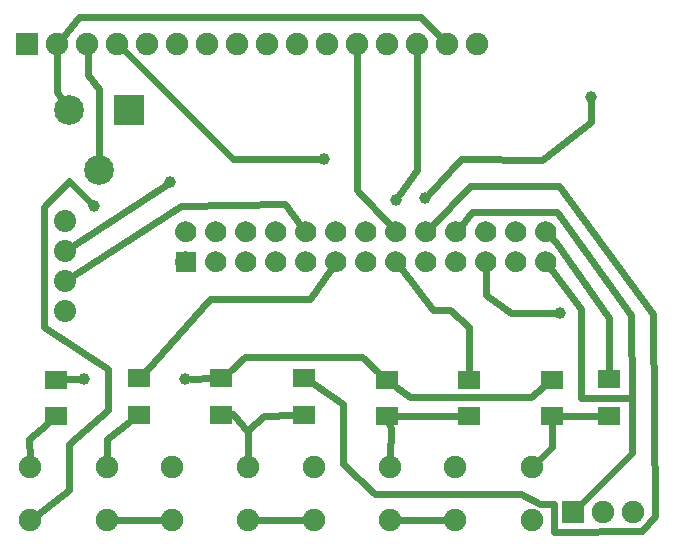
<source format=gbl>
G04 MADE WITH FRITZING*
G04 WWW.FRITZING.ORG*
G04 DOUBLE SIDED*
G04 HOLES PLATED*
G04 CONTOUR ON CENTER OF CONTOUR VECTOR*
%ASAXBY*%
%FSLAX23Y23*%
%MOIN*%
%OFA0B0*%
%SFA1.0B1.0*%
%ADD10C,0.075000*%
%ADD11C,0.099000*%
%ADD12C,0.073889*%
%ADD13C,0.070000*%
%ADD14C,0.039370*%
%ADD15R,0.075000X0.075000*%
%ADD16R,0.099000X0.099000*%
%ADD17R,0.074803X0.062992*%
%ADD18R,0.070000X0.070000*%
%ADD19C,0.024000*%
%ADD20R,0.001000X0.001000*%
%LNCOPPER0*%
G90*
G70*
G54D10*
X54Y1650D03*
X154Y1650D03*
X254Y1650D03*
X354Y1650D03*
X454Y1650D03*
X554Y1650D03*
X654Y1650D03*
X754Y1650D03*
X854Y1650D03*
X954Y1650D03*
X1054Y1650D03*
X1154Y1650D03*
X1254Y1650D03*
X1354Y1650D03*
X1454Y1650D03*
X1554Y1650D03*
G54D11*
X194Y1429D03*
X394Y1429D03*
X294Y1229D03*
G54D10*
X63Y241D03*
X319Y241D03*
X63Y64D03*
X319Y64D03*
X535Y241D03*
X791Y241D03*
X535Y64D03*
X791Y64D03*
X2074Y91D03*
X1974Y91D03*
X1874Y91D03*
X1008Y241D03*
X1264Y241D03*
X1008Y64D03*
X1264Y64D03*
X1480Y241D03*
X1736Y241D03*
X1480Y64D03*
X1736Y64D03*
G54D12*
X180Y760D03*
X180Y860D03*
X180Y960D03*
X180Y1060D03*
G54D13*
X782Y922D03*
X882Y922D03*
X982Y922D03*
X1282Y922D03*
X1382Y922D03*
X1482Y922D03*
X1082Y922D03*
X1182Y922D03*
X1682Y922D03*
X1782Y922D03*
X1582Y922D03*
X782Y1022D03*
X882Y1022D03*
X982Y1022D03*
X1282Y1022D03*
X1382Y1022D03*
X1482Y1022D03*
X1082Y1022D03*
X1182Y1022D03*
X1682Y1022D03*
X1782Y1022D03*
X1582Y1022D03*
X582Y1022D03*
X682Y1022D03*
X582Y922D03*
X682Y922D03*
G54D14*
X244Y532D03*
X579Y532D03*
X1831Y753D03*
X531Y1190D03*
X1283Y1131D03*
X1378Y1135D03*
X1933Y1473D03*
X1044Y1267D03*
X277Y1110D03*
G54D15*
X54Y1651D03*
G54D16*
X394Y1429D03*
G54D17*
X425Y413D03*
X425Y535D03*
X1527Y409D03*
X1527Y531D03*
X1992Y410D03*
X1992Y532D03*
X1252Y531D03*
X1252Y409D03*
X149Y531D03*
X149Y409D03*
X1803Y531D03*
X1803Y409D03*
X700Y413D03*
X700Y535D03*
X976Y413D03*
X976Y535D03*
G54D15*
X1874Y91D03*
G54D18*
X582Y922D03*
G54D19*
X1798Y901D02*
X1898Y768D01*
D02*
X1898Y768D02*
X1901Y469D01*
D02*
X1901Y469D02*
X2070Y469D01*
D02*
X2070Y469D02*
X2071Y288D01*
D02*
X2071Y288D02*
X1894Y111D01*
D02*
X1498Y1043D02*
X1535Y1091D01*
D02*
X1535Y1091D02*
X1820Y1091D01*
D02*
X1820Y1091D02*
X2067Y748D01*
D02*
X176Y1456D02*
X153Y1489D01*
D02*
X1434Y1671D02*
X1367Y1741D01*
D02*
X225Y1741D02*
X172Y1673D01*
D02*
X1367Y1741D02*
X225Y1741D01*
D02*
X1733Y473D02*
X1331Y473D01*
D02*
X1331Y473D02*
X1283Y508D01*
D02*
X1772Y506D02*
X1733Y473D01*
D02*
X2067Y748D02*
X2070Y469D01*
D02*
X225Y532D02*
X181Y532D01*
D02*
X669Y535D02*
X598Y533D01*
D02*
X1169Y607D02*
X1223Y557D01*
D02*
X779Y606D02*
X1169Y607D01*
D02*
X729Y561D02*
X779Y606D01*
D02*
X662Y800D02*
X996Y800D01*
D02*
X996Y800D02*
X1067Y901D01*
D02*
X448Y561D02*
X662Y800D01*
D02*
X1265Y1042D02*
X1154Y1162D01*
D02*
X1992Y737D02*
X1813Y992D01*
D02*
X1992Y558D02*
X1992Y737D01*
D02*
X1813Y992D02*
X1801Y1004D01*
D02*
X119Y383D02*
X59Y332D01*
D02*
X393Y390D02*
X319Y334D01*
D02*
X1260Y383D02*
X1265Y371D01*
D02*
X1265Y371D02*
X1264Y269D01*
D02*
X1495Y409D02*
X1283Y409D01*
D02*
X1803Y383D02*
X1803Y307D01*
D02*
X1960Y410D02*
X1835Y410D01*
D02*
X1464Y764D02*
X1405Y764D01*
D02*
X1405Y764D02*
X1298Y902D01*
D02*
X1527Y705D02*
X1464Y764D01*
D02*
X1527Y557D02*
X1527Y705D01*
D02*
X255Y1622D02*
X256Y1547D01*
D02*
X292Y1500D02*
X293Y1261D01*
D02*
X1583Y812D02*
X1582Y896D01*
D02*
X1666Y752D02*
X1583Y812D01*
D02*
X1812Y753D02*
X1666Y752D01*
D02*
X208Y879D02*
X565Y1110D01*
D02*
X565Y1110D02*
X913Y1115D01*
D02*
X913Y1115D02*
X966Y1043D01*
D02*
X208Y979D02*
X516Y1179D01*
D02*
X1008Y515D02*
X1107Y450D01*
D02*
X1107Y450D02*
X1106Y250D01*
D02*
X1213Y150D02*
X1701Y150D01*
D02*
X1106Y250D02*
X1213Y150D01*
D02*
X1701Y150D02*
X1762Y118D01*
D02*
X1762Y118D02*
X1810Y118D01*
D02*
X1810Y118D02*
X1810Y22D01*
D02*
X1810Y22D02*
X2102Y28D01*
D02*
X2102Y28D02*
X2146Y77D01*
D02*
X2146Y77D02*
X2141Y751D01*
D02*
X1826Y1178D02*
X1528Y1178D01*
D02*
X1528Y1178D02*
X1400Y1041D01*
D02*
X1354Y1622D02*
X1353Y1230D01*
D02*
X1292Y64D02*
X1452Y64D01*
D02*
X791Y358D02*
X739Y415D01*
D02*
X791Y269D02*
X791Y358D01*
D02*
X791Y269D02*
X791Y363D01*
D02*
X791Y363D02*
X842Y411D01*
D02*
X1154Y1162D02*
X1154Y1622D01*
D02*
X153Y1489D02*
X154Y1622D01*
D02*
X256Y1547D02*
X292Y1500D01*
D02*
X1803Y307D02*
X1756Y261D01*
D02*
X319Y334D02*
X319Y269D01*
D02*
X1933Y1454D02*
X1933Y1390D01*
D02*
X1499Y1265D02*
X1391Y1148D01*
D02*
X1353Y1230D02*
X1294Y1146D01*
D02*
X739Y1265D02*
X375Y1630D01*
D02*
X1025Y1267D02*
X739Y1265D01*
D02*
X1768Y1264D02*
X1499Y1265D01*
D02*
X1933Y1390D02*
X1768Y1264D01*
D02*
X842Y411D02*
X944Y413D01*
D02*
X739Y415D02*
X732Y415D01*
D02*
X59Y332D02*
X62Y269D01*
D02*
X2141Y751D02*
X1826Y1178D01*
D02*
X323Y430D02*
X323Y567D01*
D02*
X109Y1108D02*
X193Y1194D01*
D02*
X109Y705D02*
X109Y1108D01*
D02*
X86Y81D02*
X192Y162D01*
D02*
X192Y162D02*
X192Y315D01*
D02*
X323Y567D02*
X109Y705D01*
D02*
X193Y1194D02*
X264Y1123D01*
D02*
X192Y315D02*
X323Y430D01*
D02*
X347Y64D02*
X507Y64D01*
D02*
X820Y64D02*
X979Y64D01*
G54D20*
X577Y1058D02*
X586Y1058D01*
X677Y1058D02*
X686Y1058D01*
X777Y1058D02*
X786Y1058D01*
X877Y1058D02*
X886Y1058D01*
X977Y1058D02*
X986Y1058D01*
X1077Y1058D02*
X1086Y1058D01*
X1176Y1058D02*
X1186Y1058D01*
X1276Y1058D02*
X1286Y1058D01*
X1376Y1058D02*
X1386Y1058D01*
X1476Y1058D02*
X1486Y1058D01*
X1576Y1058D02*
X1586Y1058D01*
X1676Y1058D02*
X1686Y1058D01*
X1776Y1058D02*
X1786Y1058D01*
X573Y1057D02*
X590Y1057D01*
X673Y1057D02*
X690Y1057D01*
X773Y1057D02*
X790Y1057D01*
X873Y1057D02*
X890Y1057D01*
X973Y1057D02*
X990Y1057D01*
X1072Y1057D02*
X1090Y1057D01*
X1172Y1057D02*
X1190Y1057D01*
X1272Y1057D02*
X1290Y1057D01*
X1372Y1057D02*
X1390Y1057D01*
X1472Y1057D02*
X1490Y1057D01*
X1572Y1057D02*
X1590Y1057D01*
X1672Y1057D02*
X1690Y1057D01*
X1772Y1057D02*
X1790Y1057D01*
X570Y1056D02*
X593Y1056D01*
X670Y1056D02*
X693Y1056D01*
X770Y1056D02*
X793Y1056D01*
X870Y1056D02*
X893Y1056D01*
X970Y1056D02*
X993Y1056D01*
X1070Y1056D02*
X1093Y1056D01*
X1170Y1056D02*
X1193Y1056D01*
X1270Y1056D02*
X1293Y1056D01*
X1370Y1056D02*
X1393Y1056D01*
X1470Y1056D02*
X1493Y1056D01*
X1570Y1056D02*
X1593Y1056D01*
X1670Y1056D02*
X1692Y1056D01*
X1770Y1056D02*
X1792Y1056D01*
X568Y1055D02*
X595Y1055D01*
X668Y1055D02*
X695Y1055D01*
X768Y1055D02*
X795Y1055D01*
X868Y1055D02*
X895Y1055D01*
X968Y1055D02*
X995Y1055D01*
X1068Y1055D02*
X1095Y1055D01*
X1168Y1055D02*
X1195Y1055D01*
X1268Y1055D02*
X1295Y1055D01*
X1367Y1055D02*
X1395Y1055D01*
X1467Y1055D02*
X1495Y1055D01*
X1567Y1055D02*
X1595Y1055D01*
X1667Y1055D02*
X1695Y1055D01*
X1767Y1055D02*
X1795Y1055D01*
X566Y1054D02*
X597Y1054D01*
X666Y1054D02*
X697Y1054D01*
X766Y1054D02*
X797Y1054D01*
X866Y1054D02*
X897Y1054D01*
X966Y1054D02*
X997Y1054D01*
X1066Y1054D02*
X1097Y1054D01*
X1166Y1054D02*
X1197Y1054D01*
X1266Y1054D02*
X1297Y1054D01*
X1366Y1054D02*
X1397Y1054D01*
X1466Y1054D02*
X1497Y1054D01*
X1566Y1054D02*
X1597Y1054D01*
X1665Y1054D02*
X1697Y1054D01*
X1765Y1054D02*
X1797Y1054D01*
X564Y1053D02*
X599Y1053D01*
X664Y1053D02*
X699Y1053D01*
X764Y1053D02*
X799Y1053D01*
X864Y1053D02*
X898Y1053D01*
X964Y1053D02*
X998Y1053D01*
X1064Y1053D02*
X1098Y1053D01*
X1164Y1053D02*
X1198Y1053D01*
X1264Y1053D02*
X1298Y1053D01*
X1364Y1053D02*
X1398Y1053D01*
X1464Y1053D02*
X1498Y1053D01*
X1564Y1053D02*
X1598Y1053D01*
X1664Y1053D02*
X1698Y1053D01*
X1764Y1053D02*
X1798Y1053D01*
X563Y1052D02*
X600Y1052D01*
X663Y1052D02*
X700Y1052D01*
X763Y1052D02*
X800Y1052D01*
X863Y1052D02*
X900Y1052D01*
X963Y1052D02*
X1000Y1052D01*
X1063Y1052D02*
X1100Y1052D01*
X1163Y1052D02*
X1200Y1052D01*
X1263Y1052D02*
X1300Y1052D01*
X1362Y1052D02*
X1400Y1052D01*
X1462Y1052D02*
X1500Y1052D01*
X1562Y1052D02*
X1600Y1052D01*
X1662Y1052D02*
X1700Y1052D01*
X1762Y1052D02*
X1800Y1052D01*
X561Y1051D02*
X601Y1051D01*
X661Y1051D02*
X701Y1051D01*
X761Y1051D02*
X801Y1051D01*
X861Y1051D02*
X901Y1051D01*
X961Y1051D02*
X1001Y1051D01*
X1061Y1051D02*
X1101Y1051D01*
X1161Y1051D02*
X1201Y1051D01*
X1261Y1051D02*
X1301Y1051D01*
X1361Y1051D02*
X1401Y1051D01*
X1461Y1051D02*
X1501Y1051D01*
X1561Y1051D02*
X1601Y1051D01*
X1661Y1051D02*
X1701Y1051D01*
X1761Y1051D02*
X1801Y1051D01*
X560Y1050D02*
X603Y1050D01*
X660Y1050D02*
X703Y1050D01*
X760Y1050D02*
X803Y1050D01*
X860Y1050D02*
X903Y1050D01*
X960Y1050D02*
X1003Y1050D01*
X1060Y1050D02*
X1102Y1050D01*
X1160Y1050D02*
X1202Y1050D01*
X1260Y1050D02*
X1302Y1050D01*
X1360Y1050D02*
X1402Y1050D01*
X1460Y1050D02*
X1502Y1050D01*
X1560Y1050D02*
X1602Y1050D01*
X1660Y1050D02*
X1702Y1050D01*
X1760Y1050D02*
X1802Y1050D01*
X559Y1049D02*
X604Y1049D01*
X659Y1049D02*
X704Y1049D01*
X759Y1049D02*
X804Y1049D01*
X859Y1049D02*
X904Y1049D01*
X959Y1049D02*
X1004Y1049D01*
X1059Y1049D02*
X1104Y1049D01*
X1159Y1049D02*
X1204Y1049D01*
X1259Y1049D02*
X1304Y1049D01*
X1359Y1049D02*
X1403Y1049D01*
X1459Y1049D02*
X1503Y1049D01*
X1559Y1049D02*
X1603Y1049D01*
X1659Y1049D02*
X1703Y1049D01*
X1759Y1049D02*
X1803Y1049D01*
X558Y1048D02*
X605Y1048D01*
X658Y1048D02*
X705Y1048D01*
X758Y1048D02*
X805Y1048D01*
X858Y1048D02*
X905Y1048D01*
X958Y1048D02*
X1005Y1048D01*
X1058Y1048D02*
X1105Y1048D01*
X1158Y1048D02*
X1205Y1048D01*
X1258Y1048D02*
X1305Y1048D01*
X1358Y1048D02*
X1405Y1048D01*
X1458Y1048D02*
X1505Y1048D01*
X1558Y1048D02*
X1604Y1048D01*
X1658Y1048D02*
X1704Y1048D01*
X1758Y1048D02*
X1804Y1048D01*
X557Y1047D02*
X606Y1047D01*
X657Y1047D02*
X706Y1047D01*
X757Y1047D02*
X806Y1047D01*
X857Y1047D02*
X906Y1047D01*
X957Y1047D02*
X1006Y1047D01*
X1057Y1047D02*
X1106Y1047D01*
X1157Y1047D02*
X1206Y1047D01*
X1257Y1047D02*
X1306Y1047D01*
X1357Y1047D02*
X1406Y1047D01*
X1457Y1047D02*
X1506Y1047D01*
X1557Y1047D02*
X1605Y1047D01*
X1657Y1047D02*
X1705Y1047D01*
X1757Y1047D02*
X1805Y1047D01*
X556Y1046D02*
X607Y1046D01*
X656Y1046D02*
X707Y1046D01*
X756Y1046D02*
X807Y1046D01*
X856Y1046D02*
X907Y1046D01*
X956Y1046D02*
X1007Y1046D01*
X1056Y1046D02*
X1107Y1046D01*
X1156Y1046D02*
X1207Y1046D01*
X1256Y1046D02*
X1307Y1046D01*
X1356Y1046D02*
X1406Y1046D01*
X1456Y1046D02*
X1506Y1046D01*
X1556Y1046D02*
X1606Y1046D01*
X1656Y1046D02*
X1706Y1046D01*
X1756Y1046D02*
X1806Y1046D01*
X555Y1045D02*
X608Y1045D01*
X655Y1045D02*
X708Y1045D01*
X755Y1045D02*
X808Y1045D01*
X855Y1045D02*
X908Y1045D01*
X955Y1045D02*
X1007Y1045D01*
X1055Y1045D02*
X1107Y1045D01*
X1155Y1045D02*
X1207Y1045D01*
X1255Y1045D02*
X1307Y1045D01*
X1355Y1045D02*
X1407Y1045D01*
X1455Y1045D02*
X1507Y1045D01*
X1555Y1045D02*
X1607Y1045D01*
X1655Y1045D02*
X1707Y1045D01*
X1755Y1045D02*
X1807Y1045D01*
X554Y1044D02*
X608Y1044D01*
X654Y1044D02*
X708Y1044D01*
X754Y1044D02*
X808Y1044D01*
X854Y1044D02*
X908Y1044D01*
X954Y1044D02*
X1008Y1044D01*
X1054Y1044D02*
X1108Y1044D01*
X1154Y1044D02*
X1208Y1044D01*
X1254Y1044D02*
X1308Y1044D01*
X1354Y1044D02*
X1408Y1044D01*
X1454Y1044D02*
X1508Y1044D01*
X1554Y1044D02*
X1608Y1044D01*
X1654Y1044D02*
X1708Y1044D01*
X1754Y1044D02*
X1808Y1044D01*
X554Y1043D02*
X609Y1043D01*
X654Y1043D02*
X709Y1043D01*
X754Y1043D02*
X809Y1043D01*
X854Y1043D02*
X909Y1043D01*
X954Y1043D02*
X1009Y1043D01*
X1053Y1043D02*
X1109Y1043D01*
X1153Y1043D02*
X1209Y1043D01*
X1253Y1043D02*
X1309Y1043D01*
X1353Y1043D02*
X1409Y1043D01*
X1453Y1043D02*
X1509Y1043D01*
X1553Y1043D02*
X1609Y1043D01*
X1653Y1043D02*
X1709Y1043D01*
X1753Y1043D02*
X1809Y1043D01*
X553Y1042D02*
X610Y1042D01*
X653Y1042D02*
X710Y1042D01*
X753Y1042D02*
X810Y1042D01*
X853Y1042D02*
X910Y1042D01*
X953Y1042D02*
X1010Y1042D01*
X1053Y1042D02*
X1110Y1042D01*
X1153Y1042D02*
X1210Y1042D01*
X1253Y1042D02*
X1310Y1042D01*
X1353Y1042D02*
X1410Y1042D01*
X1453Y1042D02*
X1510Y1042D01*
X1553Y1042D02*
X1610Y1042D01*
X1653Y1042D02*
X1709Y1042D01*
X1753Y1042D02*
X1809Y1042D01*
X552Y1041D02*
X611Y1041D01*
X652Y1041D02*
X710Y1041D01*
X752Y1041D02*
X810Y1041D01*
X852Y1041D02*
X910Y1041D01*
X952Y1041D02*
X1010Y1041D01*
X1052Y1041D02*
X1110Y1041D01*
X1152Y1041D02*
X1210Y1041D01*
X1252Y1041D02*
X1310Y1041D01*
X1352Y1041D02*
X1410Y1041D01*
X1452Y1041D02*
X1510Y1041D01*
X1552Y1041D02*
X1610Y1041D01*
X1652Y1041D02*
X1710Y1041D01*
X1752Y1041D02*
X1810Y1041D01*
X552Y1040D02*
X611Y1040D01*
X652Y1040D02*
X711Y1040D01*
X752Y1040D02*
X811Y1040D01*
X852Y1040D02*
X911Y1040D01*
X952Y1040D02*
X1011Y1040D01*
X1051Y1040D02*
X1111Y1040D01*
X1151Y1040D02*
X1211Y1040D01*
X1251Y1040D02*
X1311Y1040D01*
X1351Y1040D02*
X1411Y1040D01*
X1451Y1040D02*
X1511Y1040D01*
X1551Y1040D02*
X1611Y1040D01*
X1651Y1040D02*
X1711Y1040D01*
X1751Y1040D02*
X1811Y1040D01*
X551Y1039D02*
X612Y1039D01*
X651Y1039D02*
X712Y1039D01*
X751Y1039D02*
X812Y1039D01*
X851Y1039D02*
X912Y1039D01*
X951Y1039D02*
X1012Y1039D01*
X1051Y1039D02*
X1112Y1039D01*
X1151Y1039D02*
X1211Y1039D01*
X1251Y1039D02*
X1311Y1039D01*
X1351Y1039D02*
X1411Y1039D01*
X1451Y1039D02*
X1511Y1039D01*
X1551Y1039D02*
X1611Y1039D01*
X1651Y1039D02*
X1711Y1039D01*
X1751Y1039D02*
X1811Y1039D01*
X551Y1038D02*
X576Y1038D01*
X587Y1038D02*
X612Y1038D01*
X651Y1038D02*
X676Y1038D01*
X687Y1038D02*
X712Y1038D01*
X751Y1038D02*
X776Y1038D01*
X786Y1038D02*
X812Y1038D01*
X850Y1038D02*
X876Y1038D01*
X886Y1038D02*
X912Y1038D01*
X950Y1038D02*
X976Y1038D01*
X986Y1038D02*
X1012Y1038D01*
X1050Y1038D02*
X1076Y1038D01*
X1086Y1038D02*
X1112Y1038D01*
X1150Y1038D02*
X1176Y1038D01*
X1186Y1038D02*
X1212Y1038D01*
X1250Y1038D02*
X1276Y1038D01*
X1286Y1038D02*
X1312Y1038D01*
X1350Y1038D02*
X1376Y1038D01*
X1386Y1038D02*
X1412Y1038D01*
X1450Y1038D02*
X1476Y1038D01*
X1486Y1038D02*
X1512Y1038D01*
X1550Y1038D02*
X1576Y1038D01*
X1586Y1038D02*
X1612Y1038D01*
X1650Y1038D02*
X1676Y1038D01*
X1686Y1038D02*
X1712Y1038D01*
X1750Y1038D02*
X1776Y1038D01*
X1786Y1038D02*
X1812Y1038D01*
X550Y1037D02*
X573Y1037D01*
X590Y1037D02*
X613Y1037D01*
X650Y1037D02*
X673Y1037D01*
X690Y1037D02*
X713Y1037D01*
X750Y1037D02*
X773Y1037D01*
X790Y1037D02*
X813Y1037D01*
X850Y1037D02*
X873Y1037D01*
X889Y1037D02*
X913Y1037D01*
X950Y1037D02*
X973Y1037D01*
X989Y1037D02*
X1013Y1037D01*
X1050Y1037D02*
X1073Y1037D01*
X1089Y1037D02*
X1113Y1037D01*
X1150Y1037D02*
X1173Y1037D01*
X1189Y1037D02*
X1213Y1037D01*
X1250Y1037D02*
X1273Y1037D01*
X1289Y1037D02*
X1312Y1037D01*
X1350Y1037D02*
X1373Y1037D01*
X1389Y1037D02*
X1412Y1037D01*
X1450Y1037D02*
X1473Y1037D01*
X1489Y1037D02*
X1512Y1037D01*
X1550Y1037D02*
X1573Y1037D01*
X1589Y1037D02*
X1612Y1037D01*
X1650Y1037D02*
X1673Y1037D01*
X1689Y1037D02*
X1712Y1037D01*
X1750Y1037D02*
X1773Y1037D01*
X1789Y1037D02*
X1812Y1037D01*
X550Y1036D02*
X571Y1036D01*
X591Y1036D02*
X613Y1036D01*
X650Y1036D02*
X671Y1036D01*
X691Y1036D02*
X713Y1036D01*
X750Y1036D02*
X771Y1036D01*
X791Y1036D02*
X813Y1036D01*
X850Y1036D02*
X871Y1036D01*
X891Y1036D02*
X913Y1036D01*
X950Y1036D02*
X971Y1036D01*
X991Y1036D02*
X1013Y1036D01*
X1049Y1036D02*
X1071Y1036D01*
X1091Y1036D02*
X1113Y1036D01*
X1149Y1036D02*
X1171Y1036D01*
X1191Y1036D02*
X1213Y1036D01*
X1249Y1036D02*
X1271Y1036D01*
X1291Y1036D02*
X1313Y1036D01*
X1349Y1036D02*
X1371Y1036D01*
X1391Y1036D02*
X1413Y1036D01*
X1449Y1036D02*
X1471Y1036D01*
X1491Y1036D02*
X1513Y1036D01*
X1549Y1036D02*
X1571Y1036D01*
X1591Y1036D02*
X1613Y1036D01*
X1649Y1036D02*
X1671Y1036D01*
X1691Y1036D02*
X1713Y1036D01*
X1749Y1036D02*
X1771Y1036D01*
X1791Y1036D02*
X1813Y1036D01*
X549Y1035D02*
X570Y1035D01*
X593Y1035D02*
X614Y1035D01*
X649Y1035D02*
X670Y1035D01*
X693Y1035D02*
X714Y1035D01*
X749Y1035D02*
X770Y1035D01*
X793Y1035D02*
X814Y1035D01*
X849Y1035D02*
X870Y1035D01*
X893Y1035D02*
X914Y1035D01*
X949Y1035D02*
X970Y1035D01*
X992Y1035D02*
X1013Y1035D01*
X1049Y1035D02*
X1070Y1035D01*
X1092Y1035D02*
X1113Y1035D01*
X1149Y1035D02*
X1170Y1035D01*
X1192Y1035D02*
X1213Y1035D01*
X1249Y1035D02*
X1270Y1035D01*
X1292Y1035D02*
X1313Y1035D01*
X1349Y1035D02*
X1370Y1035D01*
X1392Y1035D02*
X1413Y1035D01*
X1449Y1035D02*
X1470Y1035D01*
X1492Y1035D02*
X1513Y1035D01*
X1549Y1035D02*
X1570Y1035D01*
X1592Y1035D02*
X1613Y1035D01*
X1649Y1035D02*
X1670Y1035D01*
X1692Y1035D02*
X1713Y1035D01*
X1749Y1035D02*
X1770Y1035D01*
X1792Y1035D02*
X1813Y1035D01*
X549Y1034D02*
X569Y1034D01*
X594Y1034D02*
X614Y1034D01*
X649Y1034D02*
X669Y1034D01*
X694Y1034D02*
X714Y1034D01*
X749Y1034D02*
X769Y1034D01*
X794Y1034D02*
X814Y1034D01*
X849Y1034D02*
X869Y1034D01*
X893Y1034D02*
X914Y1034D01*
X949Y1034D02*
X969Y1034D01*
X993Y1034D02*
X1014Y1034D01*
X1049Y1034D02*
X1069Y1034D01*
X1093Y1034D02*
X1114Y1034D01*
X1149Y1034D02*
X1169Y1034D01*
X1193Y1034D02*
X1214Y1034D01*
X1249Y1034D02*
X1269Y1034D01*
X1293Y1034D02*
X1314Y1034D01*
X1349Y1034D02*
X1369Y1034D01*
X1393Y1034D02*
X1414Y1034D01*
X1449Y1034D02*
X1469Y1034D01*
X1493Y1034D02*
X1514Y1034D01*
X1548Y1034D02*
X1569Y1034D01*
X1593Y1034D02*
X1614Y1034D01*
X1648Y1034D02*
X1669Y1034D01*
X1693Y1034D02*
X1714Y1034D01*
X1748Y1034D02*
X1769Y1034D01*
X1793Y1034D02*
X1814Y1034D01*
X548Y1033D02*
X568Y1033D01*
X594Y1033D02*
X614Y1033D01*
X648Y1033D02*
X668Y1033D01*
X694Y1033D02*
X714Y1033D01*
X748Y1033D02*
X768Y1033D01*
X794Y1033D02*
X814Y1033D01*
X848Y1033D02*
X868Y1033D01*
X894Y1033D02*
X914Y1033D01*
X948Y1033D02*
X968Y1033D01*
X994Y1033D02*
X1014Y1033D01*
X1048Y1033D02*
X1068Y1033D01*
X1094Y1033D02*
X1114Y1033D01*
X1148Y1033D02*
X1168Y1033D01*
X1194Y1033D02*
X1214Y1033D01*
X1248Y1033D02*
X1268Y1033D01*
X1294Y1033D02*
X1314Y1033D01*
X1348Y1033D02*
X1368Y1033D01*
X1394Y1033D02*
X1414Y1033D01*
X1448Y1033D02*
X1468Y1033D01*
X1494Y1033D02*
X1514Y1033D01*
X1548Y1033D02*
X1568Y1033D01*
X1594Y1033D02*
X1614Y1033D01*
X1648Y1033D02*
X1668Y1033D01*
X1694Y1033D02*
X1714Y1033D01*
X1748Y1033D02*
X1768Y1033D01*
X1794Y1033D02*
X1814Y1033D01*
X548Y1032D02*
X568Y1032D01*
X595Y1032D02*
X615Y1032D01*
X648Y1032D02*
X668Y1032D01*
X695Y1032D02*
X715Y1032D01*
X748Y1032D02*
X768Y1032D01*
X795Y1032D02*
X815Y1032D01*
X848Y1032D02*
X868Y1032D01*
X895Y1032D02*
X915Y1032D01*
X948Y1032D02*
X968Y1032D01*
X995Y1032D02*
X1015Y1032D01*
X1048Y1032D02*
X1068Y1032D01*
X1095Y1032D02*
X1114Y1032D01*
X1148Y1032D02*
X1168Y1032D01*
X1195Y1032D02*
X1214Y1032D01*
X1248Y1032D02*
X1268Y1032D01*
X1295Y1032D02*
X1314Y1032D01*
X1348Y1032D02*
X1368Y1032D01*
X1395Y1032D02*
X1414Y1032D01*
X1448Y1032D02*
X1468Y1032D01*
X1495Y1032D02*
X1514Y1032D01*
X1548Y1032D02*
X1567Y1032D01*
X1595Y1032D02*
X1614Y1032D01*
X1648Y1032D02*
X1667Y1032D01*
X1695Y1032D02*
X1714Y1032D01*
X1748Y1032D02*
X1767Y1032D01*
X1795Y1032D02*
X1814Y1032D01*
X548Y1031D02*
X567Y1031D01*
X595Y1031D02*
X615Y1031D01*
X648Y1031D02*
X667Y1031D01*
X695Y1031D02*
X715Y1031D01*
X748Y1031D02*
X767Y1031D01*
X795Y1031D02*
X815Y1031D01*
X848Y1031D02*
X867Y1031D01*
X895Y1031D02*
X915Y1031D01*
X948Y1031D02*
X967Y1031D01*
X995Y1031D02*
X1015Y1031D01*
X1048Y1031D02*
X1067Y1031D01*
X1095Y1031D02*
X1115Y1031D01*
X1148Y1031D02*
X1167Y1031D01*
X1195Y1031D02*
X1215Y1031D01*
X1248Y1031D02*
X1267Y1031D01*
X1295Y1031D02*
X1315Y1031D01*
X1348Y1031D02*
X1367Y1031D01*
X1395Y1031D02*
X1415Y1031D01*
X1448Y1031D02*
X1467Y1031D01*
X1495Y1031D02*
X1515Y1031D01*
X1548Y1031D02*
X1567Y1031D01*
X1595Y1031D02*
X1615Y1031D01*
X1647Y1031D02*
X1667Y1031D01*
X1695Y1031D02*
X1715Y1031D01*
X1747Y1031D02*
X1767Y1031D01*
X1795Y1031D02*
X1814Y1031D01*
X548Y1030D02*
X567Y1030D01*
X596Y1030D02*
X615Y1030D01*
X648Y1030D02*
X667Y1030D01*
X696Y1030D02*
X715Y1030D01*
X748Y1030D02*
X767Y1030D01*
X796Y1030D02*
X815Y1030D01*
X848Y1030D02*
X867Y1030D01*
X896Y1030D02*
X915Y1030D01*
X948Y1030D02*
X967Y1030D01*
X996Y1030D02*
X1015Y1030D01*
X1047Y1030D02*
X1067Y1030D01*
X1096Y1030D02*
X1115Y1030D01*
X1147Y1030D02*
X1167Y1030D01*
X1196Y1030D02*
X1215Y1030D01*
X1247Y1030D02*
X1267Y1030D01*
X1296Y1030D02*
X1315Y1030D01*
X1347Y1030D02*
X1367Y1030D01*
X1396Y1030D02*
X1415Y1030D01*
X1447Y1030D02*
X1467Y1030D01*
X1496Y1030D02*
X1515Y1030D01*
X1547Y1030D02*
X1567Y1030D01*
X1596Y1030D02*
X1615Y1030D01*
X1647Y1030D02*
X1667Y1030D01*
X1695Y1030D02*
X1715Y1030D01*
X1747Y1030D02*
X1767Y1030D01*
X1795Y1030D02*
X1815Y1030D01*
X547Y1029D02*
X567Y1029D01*
X596Y1029D02*
X615Y1029D01*
X647Y1029D02*
X667Y1029D01*
X696Y1029D02*
X715Y1029D01*
X747Y1029D02*
X767Y1029D01*
X796Y1029D02*
X815Y1029D01*
X847Y1029D02*
X867Y1029D01*
X896Y1029D02*
X915Y1029D01*
X947Y1029D02*
X966Y1029D01*
X996Y1029D02*
X1015Y1029D01*
X1047Y1029D02*
X1066Y1029D01*
X1096Y1029D02*
X1115Y1029D01*
X1147Y1029D02*
X1166Y1029D01*
X1196Y1029D02*
X1215Y1029D01*
X1247Y1029D02*
X1266Y1029D01*
X1296Y1029D02*
X1315Y1029D01*
X1347Y1029D02*
X1366Y1029D01*
X1396Y1029D02*
X1415Y1029D01*
X1447Y1029D02*
X1466Y1029D01*
X1496Y1029D02*
X1515Y1029D01*
X1547Y1029D02*
X1566Y1029D01*
X1596Y1029D02*
X1615Y1029D01*
X1647Y1029D02*
X1666Y1029D01*
X1696Y1029D02*
X1715Y1029D01*
X1747Y1029D02*
X1766Y1029D01*
X1796Y1029D02*
X1815Y1029D01*
X547Y1028D02*
X566Y1028D01*
X596Y1028D02*
X616Y1028D01*
X647Y1028D02*
X666Y1028D01*
X696Y1028D02*
X716Y1028D01*
X747Y1028D02*
X766Y1028D01*
X796Y1028D02*
X815Y1028D01*
X847Y1028D02*
X866Y1028D01*
X896Y1028D02*
X915Y1028D01*
X947Y1028D02*
X966Y1028D01*
X996Y1028D02*
X1015Y1028D01*
X1047Y1028D02*
X1066Y1028D01*
X1096Y1028D02*
X1115Y1028D01*
X1147Y1028D02*
X1166Y1028D01*
X1196Y1028D02*
X1215Y1028D01*
X1247Y1028D02*
X1266Y1028D01*
X1296Y1028D02*
X1315Y1028D01*
X1347Y1028D02*
X1366Y1028D01*
X1396Y1028D02*
X1415Y1028D01*
X1447Y1028D02*
X1466Y1028D01*
X1496Y1028D02*
X1515Y1028D01*
X1547Y1028D02*
X1566Y1028D01*
X1596Y1028D02*
X1615Y1028D01*
X1647Y1028D02*
X1666Y1028D01*
X1696Y1028D02*
X1715Y1028D01*
X1747Y1028D02*
X1766Y1028D01*
X1796Y1028D02*
X1815Y1028D01*
X547Y1027D02*
X566Y1027D01*
X597Y1027D02*
X616Y1027D01*
X647Y1027D02*
X666Y1027D01*
X697Y1027D02*
X716Y1027D01*
X747Y1027D02*
X766Y1027D01*
X797Y1027D02*
X816Y1027D01*
X847Y1027D02*
X866Y1027D01*
X897Y1027D02*
X916Y1027D01*
X947Y1027D02*
X966Y1027D01*
X997Y1027D02*
X1016Y1027D01*
X1047Y1027D02*
X1066Y1027D01*
X1096Y1027D02*
X1116Y1027D01*
X1147Y1027D02*
X1166Y1027D01*
X1196Y1027D02*
X1215Y1027D01*
X1247Y1027D02*
X1266Y1027D01*
X1296Y1027D02*
X1315Y1027D01*
X1347Y1027D02*
X1366Y1027D01*
X1396Y1027D02*
X1415Y1027D01*
X1447Y1027D02*
X1466Y1027D01*
X1496Y1027D02*
X1515Y1027D01*
X1547Y1027D02*
X1566Y1027D01*
X1596Y1027D02*
X1615Y1027D01*
X1647Y1027D02*
X1666Y1027D01*
X1696Y1027D02*
X1715Y1027D01*
X1747Y1027D02*
X1766Y1027D01*
X1796Y1027D02*
X1815Y1027D01*
X547Y1026D02*
X566Y1026D01*
X597Y1026D02*
X616Y1026D01*
X647Y1026D02*
X666Y1026D01*
X697Y1026D02*
X716Y1026D01*
X747Y1026D02*
X766Y1026D01*
X797Y1026D02*
X816Y1026D01*
X847Y1026D02*
X866Y1026D01*
X897Y1026D02*
X916Y1026D01*
X947Y1026D02*
X966Y1026D01*
X997Y1026D02*
X1016Y1026D01*
X1047Y1026D02*
X1066Y1026D01*
X1097Y1026D02*
X1116Y1026D01*
X1147Y1026D02*
X1166Y1026D01*
X1197Y1026D02*
X1216Y1026D01*
X1247Y1026D02*
X1266Y1026D01*
X1297Y1026D02*
X1316Y1026D01*
X1347Y1026D02*
X1366Y1026D01*
X1396Y1026D02*
X1416Y1026D01*
X1447Y1026D02*
X1466Y1026D01*
X1496Y1026D02*
X1515Y1026D01*
X1547Y1026D02*
X1566Y1026D01*
X1596Y1026D02*
X1615Y1026D01*
X1647Y1026D02*
X1666Y1026D01*
X1696Y1026D02*
X1715Y1026D01*
X1747Y1026D02*
X1766Y1026D01*
X1796Y1026D02*
X1815Y1026D01*
X547Y1025D02*
X566Y1025D01*
X597Y1025D02*
X616Y1025D01*
X647Y1025D02*
X666Y1025D01*
X697Y1025D02*
X716Y1025D01*
X747Y1025D02*
X766Y1025D01*
X797Y1025D02*
X816Y1025D01*
X847Y1025D02*
X866Y1025D01*
X897Y1025D02*
X916Y1025D01*
X947Y1025D02*
X966Y1025D01*
X997Y1025D02*
X1016Y1025D01*
X1047Y1025D02*
X1066Y1025D01*
X1097Y1025D02*
X1116Y1025D01*
X1147Y1025D02*
X1166Y1025D01*
X1197Y1025D02*
X1216Y1025D01*
X1247Y1025D02*
X1266Y1025D01*
X1297Y1025D02*
X1316Y1025D01*
X1347Y1025D02*
X1366Y1025D01*
X1397Y1025D02*
X1416Y1025D01*
X1447Y1025D02*
X1466Y1025D01*
X1497Y1025D02*
X1516Y1025D01*
X1547Y1025D02*
X1566Y1025D01*
X1596Y1025D02*
X1616Y1025D01*
X1647Y1025D02*
X1666Y1025D01*
X1696Y1025D02*
X1715Y1025D01*
X1747Y1025D02*
X1766Y1025D01*
X1796Y1025D02*
X1815Y1025D01*
X547Y1024D02*
X566Y1024D01*
X597Y1024D02*
X616Y1024D01*
X647Y1024D02*
X666Y1024D01*
X697Y1024D02*
X716Y1024D01*
X747Y1024D02*
X766Y1024D01*
X797Y1024D02*
X816Y1024D01*
X847Y1024D02*
X866Y1024D01*
X897Y1024D02*
X916Y1024D01*
X947Y1024D02*
X966Y1024D01*
X997Y1024D02*
X1016Y1024D01*
X1047Y1024D02*
X1066Y1024D01*
X1097Y1024D02*
X1116Y1024D01*
X1147Y1024D02*
X1166Y1024D01*
X1197Y1024D02*
X1216Y1024D01*
X1247Y1024D02*
X1266Y1024D01*
X1297Y1024D02*
X1316Y1024D01*
X1347Y1024D02*
X1366Y1024D01*
X1397Y1024D02*
X1416Y1024D01*
X1447Y1024D02*
X1466Y1024D01*
X1497Y1024D02*
X1516Y1024D01*
X1547Y1024D02*
X1566Y1024D01*
X1597Y1024D02*
X1616Y1024D01*
X1647Y1024D02*
X1666Y1024D01*
X1697Y1024D02*
X1716Y1024D01*
X1747Y1024D02*
X1765Y1024D01*
X1796Y1024D02*
X1815Y1024D01*
X547Y1023D02*
X566Y1023D01*
X597Y1023D02*
X616Y1023D01*
X647Y1023D02*
X666Y1023D01*
X697Y1023D02*
X716Y1023D01*
X747Y1023D02*
X766Y1023D01*
X797Y1023D02*
X816Y1023D01*
X847Y1023D02*
X866Y1023D01*
X897Y1023D02*
X916Y1023D01*
X947Y1023D02*
X966Y1023D01*
X997Y1023D02*
X1016Y1023D01*
X1047Y1023D02*
X1066Y1023D01*
X1097Y1023D02*
X1116Y1023D01*
X1147Y1023D02*
X1166Y1023D01*
X1197Y1023D02*
X1216Y1023D01*
X1247Y1023D02*
X1266Y1023D01*
X1297Y1023D02*
X1316Y1023D01*
X1347Y1023D02*
X1366Y1023D01*
X1397Y1023D02*
X1416Y1023D01*
X1447Y1023D02*
X1466Y1023D01*
X1497Y1023D02*
X1516Y1023D01*
X1547Y1023D02*
X1566Y1023D01*
X1597Y1023D02*
X1616Y1023D01*
X1647Y1023D02*
X1666Y1023D01*
X1697Y1023D02*
X1716Y1023D01*
X1747Y1023D02*
X1765Y1023D01*
X1796Y1023D02*
X1815Y1023D01*
X547Y1022D02*
X566Y1022D01*
X597Y1022D02*
X616Y1022D01*
X647Y1022D02*
X666Y1022D01*
X697Y1022D02*
X716Y1022D01*
X747Y1022D02*
X766Y1022D01*
X797Y1022D02*
X816Y1022D01*
X847Y1022D02*
X866Y1022D01*
X897Y1022D02*
X916Y1022D01*
X947Y1022D02*
X966Y1022D01*
X997Y1022D02*
X1016Y1022D01*
X1047Y1022D02*
X1066Y1022D01*
X1097Y1022D02*
X1116Y1022D01*
X1147Y1022D02*
X1166Y1022D01*
X1197Y1022D02*
X1216Y1022D01*
X1247Y1022D02*
X1266Y1022D01*
X1297Y1022D02*
X1316Y1022D01*
X1347Y1022D02*
X1366Y1022D01*
X1397Y1022D02*
X1416Y1022D01*
X1447Y1022D02*
X1466Y1022D01*
X1497Y1022D02*
X1516Y1022D01*
X1547Y1022D02*
X1566Y1022D01*
X1596Y1022D02*
X1616Y1022D01*
X1647Y1022D02*
X1666Y1022D01*
X1696Y1022D02*
X1715Y1022D01*
X1747Y1022D02*
X1766Y1022D01*
X1796Y1022D02*
X1815Y1022D01*
X547Y1021D02*
X566Y1021D01*
X597Y1021D02*
X616Y1021D01*
X647Y1021D02*
X666Y1021D01*
X697Y1021D02*
X716Y1021D01*
X747Y1021D02*
X766Y1021D01*
X797Y1021D02*
X816Y1021D01*
X847Y1021D02*
X866Y1021D01*
X897Y1021D02*
X916Y1021D01*
X947Y1021D02*
X966Y1021D01*
X997Y1021D02*
X1016Y1021D01*
X1047Y1021D02*
X1066Y1021D01*
X1097Y1021D02*
X1116Y1021D01*
X1147Y1021D02*
X1166Y1021D01*
X1197Y1021D02*
X1216Y1021D01*
X1247Y1021D02*
X1266Y1021D01*
X1297Y1021D02*
X1316Y1021D01*
X1347Y1021D02*
X1366Y1021D01*
X1396Y1021D02*
X1416Y1021D01*
X1447Y1021D02*
X1466Y1021D01*
X1496Y1021D02*
X1515Y1021D01*
X1547Y1021D02*
X1566Y1021D01*
X1596Y1021D02*
X1615Y1021D01*
X1647Y1021D02*
X1666Y1021D01*
X1696Y1021D02*
X1715Y1021D01*
X1747Y1021D02*
X1766Y1021D01*
X1796Y1021D02*
X1815Y1021D01*
X547Y1020D02*
X566Y1020D01*
X597Y1020D02*
X616Y1020D01*
X647Y1020D02*
X666Y1020D01*
X697Y1020D02*
X716Y1020D01*
X747Y1020D02*
X766Y1020D01*
X797Y1020D02*
X816Y1020D01*
X847Y1020D02*
X866Y1020D01*
X897Y1020D02*
X916Y1020D01*
X947Y1020D02*
X966Y1020D01*
X997Y1020D02*
X1016Y1020D01*
X1047Y1020D02*
X1066Y1020D01*
X1096Y1020D02*
X1116Y1020D01*
X1147Y1020D02*
X1166Y1020D01*
X1196Y1020D02*
X1215Y1020D01*
X1247Y1020D02*
X1266Y1020D01*
X1296Y1020D02*
X1315Y1020D01*
X1347Y1020D02*
X1366Y1020D01*
X1396Y1020D02*
X1415Y1020D01*
X1447Y1020D02*
X1466Y1020D01*
X1496Y1020D02*
X1515Y1020D01*
X1547Y1020D02*
X1566Y1020D01*
X1596Y1020D02*
X1615Y1020D01*
X1647Y1020D02*
X1666Y1020D01*
X1696Y1020D02*
X1715Y1020D01*
X1747Y1020D02*
X1766Y1020D01*
X1796Y1020D02*
X1815Y1020D01*
X547Y1019D02*
X566Y1019D01*
X596Y1019D02*
X616Y1019D01*
X647Y1019D02*
X666Y1019D01*
X696Y1019D02*
X716Y1019D01*
X747Y1019D02*
X766Y1019D01*
X796Y1019D02*
X815Y1019D01*
X847Y1019D02*
X866Y1019D01*
X896Y1019D02*
X915Y1019D01*
X947Y1019D02*
X966Y1019D01*
X996Y1019D02*
X1015Y1019D01*
X1047Y1019D02*
X1066Y1019D01*
X1096Y1019D02*
X1115Y1019D01*
X1147Y1019D02*
X1166Y1019D01*
X1196Y1019D02*
X1215Y1019D01*
X1247Y1019D02*
X1266Y1019D01*
X1296Y1019D02*
X1315Y1019D01*
X1347Y1019D02*
X1366Y1019D01*
X1396Y1019D02*
X1415Y1019D01*
X1447Y1019D02*
X1466Y1019D01*
X1496Y1019D02*
X1515Y1019D01*
X1547Y1019D02*
X1566Y1019D01*
X1596Y1019D02*
X1615Y1019D01*
X1647Y1019D02*
X1666Y1019D01*
X1696Y1019D02*
X1715Y1019D01*
X1747Y1019D02*
X1766Y1019D01*
X1796Y1019D02*
X1815Y1019D01*
X547Y1018D02*
X567Y1018D01*
X596Y1018D02*
X615Y1018D01*
X647Y1018D02*
X667Y1018D01*
X696Y1018D02*
X715Y1018D01*
X747Y1018D02*
X767Y1018D01*
X796Y1018D02*
X815Y1018D01*
X847Y1018D02*
X867Y1018D01*
X896Y1018D02*
X915Y1018D01*
X947Y1018D02*
X966Y1018D01*
X996Y1018D02*
X1015Y1018D01*
X1047Y1018D02*
X1066Y1018D01*
X1096Y1018D02*
X1115Y1018D01*
X1147Y1018D02*
X1166Y1018D01*
X1196Y1018D02*
X1215Y1018D01*
X1247Y1018D02*
X1266Y1018D01*
X1296Y1018D02*
X1315Y1018D01*
X1347Y1018D02*
X1366Y1018D01*
X1396Y1018D02*
X1415Y1018D01*
X1447Y1018D02*
X1466Y1018D01*
X1496Y1018D02*
X1515Y1018D01*
X1547Y1018D02*
X1566Y1018D01*
X1596Y1018D02*
X1615Y1018D01*
X1647Y1018D02*
X1666Y1018D01*
X1696Y1018D02*
X1715Y1018D01*
X1747Y1018D02*
X1766Y1018D01*
X1796Y1018D02*
X1815Y1018D01*
X548Y1017D02*
X567Y1017D01*
X596Y1017D02*
X615Y1017D01*
X648Y1017D02*
X667Y1017D01*
X696Y1017D02*
X715Y1017D01*
X748Y1017D02*
X767Y1017D01*
X796Y1017D02*
X815Y1017D01*
X848Y1017D02*
X867Y1017D01*
X896Y1017D02*
X915Y1017D01*
X948Y1017D02*
X967Y1017D01*
X996Y1017D02*
X1015Y1017D01*
X1047Y1017D02*
X1067Y1017D01*
X1096Y1017D02*
X1115Y1017D01*
X1147Y1017D02*
X1167Y1017D01*
X1196Y1017D02*
X1215Y1017D01*
X1247Y1017D02*
X1267Y1017D01*
X1296Y1017D02*
X1315Y1017D01*
X1347Y1017D02*
X1367Y1017D01*
X1396Y1017D02*
X1415Y1017D01*
X1447Y1017D02*
X1467Y1017D01*
X1496Y1017D02*
X1515Y1017D01*
X1547Y1017D02*
X1567Y1017D01*
X1596Y1017D02*
X1615Y1017D01*
X1647Y1017D02*
X1667Y1017D01*
X1695Y1017D02*
X1715Y1017D01*
X1747Y1017D02*
X1767Y1017D01*
X1795Y1017D02*
X1815Y1017D01*
X548Y1016D02*
X567Y1016D01*
X595Y1016D02*
X615Y1016D01*
X648Y1016D02*
X667Y1016D01*
X695Y1016D02*
X715Y1016D01*
X748Y1016D02*
X767Y1016D01*
X795Y1016D02*
X815Y1016D01*
X848Y1016D02*
X867Y1016D01*
X895Y1016D02*
X915Y1016D01*
X948Y1016D02*
X967Y1016D01*
X995Y1016D02*
X1015Y1016D01*
X1048Y1016D02*
X1067Y1016D01*
X1095Y1016D02*
X1115Y1016D01*
X1148Y1016D02*
X1167Y1016D01*
X1195Y1016D02*
X1215Y1016D01*
X1248Y1016D02*
X1267Y1016D01*
X1295Y1016D02*
X1315Y1016D01*
X1348Y1016D02*
X1367Y1016D01*
X1395Y1016D02*
X1415Y1016D01*
X1448Y1016D02*
X1467Y1016D01*
X1495Y1016D02*
X1515Y1016D01*
X1548Y1016D02*
X1567Y1016D01*
X1595Y1016D02*
X1615Y1016D01*
X1647Y1016D02*
X1667Y1016D01*
X1695Y1016D02*
X1715Y1016D01*
X1747Y1016D02*
X1767Y1016D01*
X1795Y1016D02*
X1814Y1016D01*
X548Y1015D02*
X568Y1015D01*
X595Y1015D02*
X615Y1015D01*
X648Y1015D02*
X668Y1015D01*
X695Y1015D02*
X715Y1015D01*
X748Y1015D02*
X768Y1015D01*
X795Y1015D02*
X815Y1015D01*
X848Y1015D02*
X868Y1015D01*
X895Y1015D02*
X915Y1015D01*
X948Y1015D02*
X968Y1015D01*
X995Y1015D02*
X1015Y1015D01*
X1048Y1015D02*
X1068Y1015D01*
X1095Y1015D02*
X1114Y1015D01*
X1148Y1015D02*
X1168Y1015D01*
X1195Y1015D02*
X1214Y1015D01*
X1248Y1015D02*
X1268Y1015D01*
X1295Y1015D02*
X1314Y1015D01*
X1348Y1015D02*
X1368Y1015D01*
X1395Y1015D02*
X1414Y1015D01*
X1448Y1015D02*
X1468Y1015D01*
X1495Y1015D02*
X1514Y1015D01*
X1548Y1015D02*
X1567Y1015D01*
X1595Y1015D02*
X1614Y1015D01*
X1648Y1015D02*
X1667Y1015D01*
X1695Y1015D02*
X1714Y1015D01*
X1748Y1015D02*
X1767Y1015D01*
X1795Y1015D02*
X1814Y1015D01*
X548Y1014D02*
X568Y1014D01*
X594Y1014D02*
X614Y1014D01*
X648Y1014D02*
X668Y1014D01*
X694Y1014D02*
X714Y1014D01*
X748Y1014D02*
X768Y1014D01*
X794Y1014D02*
X814Y1014D01*
X848Y1014D02*
X868Y1014D01*
X894Y1014D02*
X914Y1014D01*
X948Y1014D02*
X968Y1014D01*
X994Y1014D02*
X1014Y1014D01*
X1048Y1014D02*
X1068Y1014D01*
X1094Y1014D02*
X1114Y1014D01*
X1148Y1014D02*
X1168Y1014D01*
X1194Y1014D02*
X1214Y1014D01*
X1248Y1014D02*
X1268Y1014D01*
X1294Y1014D02*
X1314Y1014D01*
X1348Y1014D02*
X1368Y1014D01*
X1394Y1014D02*
X1414Y1014D01*
X1448Y1014D02*
X1468Y1014D01*
X1494Y1014D02*
X1514Y1014D01*
X1548Y1014D02*
X1568Y1014D01*
X1594Y1014D02*
X1614Y1014D01*
X1648Y1014D02*
X1668Y1014D01*
X1694Y1014D02*
X1714Y1014D01*
X1748Y1014D02*
X1768Y1014D01*
X1794Y1014D02*
X1814Y1014D01*
X549Y1013D02*
X569Y1013D01*
X594Y1013D02*
X614Y1013D01*
X649Y1013D02*
X669Y1013D01*
X694Y1013D02*
X714Y1013D01*
X749Y1013D02*
X769Y1013D01*
X794Y1013D02*
X814Y1013D01*
X849Y1013D02*
X869Y1013D01*
X893Y1013D02*
X914Y1013D01*
X949Y1013D02*
X969Y1013D01*
X993Y1013D02*
X1014Y1013D01*
X1049Y1013D02*
X1069Y1013D01*
X1093Y1013D02*
X1114Y1013D01*
X1149Y1013D02*
X1169Y1013D01*
X1193Y1013D02*
X1214Y1013D01*
X1249Y1013D02*
X1269Y1013D01*
X1293Y1013D02*
X1314Y1013D01*
X1349Y1013D02*
X1369Y1013D01*
X1393Y1013D02*
X1414Y1013D01*
X1449Y1013D02*
X1469Y1013D01*
X1493Y1013D02*
X1514Y1013D01*
X1548Y1013D02*
X1569Y1013D01*
X1593Y1013D02*
X1614Y1013D01*
X1648Y1013D02*
X1669Y1013D01*
X1693Y1013D02*
X1714Y1013D01*
X1748Y1013D02*
X1769Y1013D01*
X1793Y1013D02*
X1814Y1013D01*
X549Y1012D02*
X570Y1012D01*
X593Y1012D02*
X614Y1012D01*
X649Y1012D02*
X670Y1012D01*
X693Y1012D02*
X714Y1012D01*
X749Y1012D02*
X770Y1012D01*
X793Y1012D02*
X814Y1012D01*
X849Y1012D02*
X870Y1012D01*
X893Y1012D02*
X914Y1012D01*
X949Y1012D02*
X970Y1012D01*
X992Y1012D02*
X1013Y1012D01*
X1049Y1012D02*
X1070Y1012D01*
X1092Y1012D02*
X1113Y1012D01*
X1149Y1012D02*
X1170Y1012D01*
X1192Y1012D02*
X1213Y1012D01*
X1249Y1012D02*
X1270Y1012D01*
X1292Y1012D02*
X1313Y1012D01*
X1349Y1012D02*
X1370Y1012D01*
X1392Y1012D02*
X1413Y1012D01*
X1449Y1012D02*
X1470Y1012D01*
X1492Y1012D02*
X1513Y1012D01*
X1549Y1012D02*
X1570Y1012D01*
X1592Y1012D02*
X1613Y1012D01*
X1649Y1012D02*
X1670Y1012D01*
X1692Y1012D02*
X1713Y1012D01*
X1749Y1012D02*
X1770Y1012D01*
X1792Y1012D02*
X1813Y1012D01*
X550Y1011D02*
X571Y1011D01*
X591Y1011D02*
X613Y1011D01*
X650Y1011D02*
X671Y1011D01*
X691Y1011D02*
X713Y1011D01*
X750Y1011D02*
X771Y1011D01*
X791Y1011D02*
X813Y1011D01*
X850Y1011D02*
X871Y1011D01*
X891Y1011D02*
X913Y1011D01*
X949Y1011D02*
X971Y1011D01*
X991Y1011D02*
X1013Y1011D01*
X1049Y1011D02*
X1071Y1011D01*
X1091Y1011D02*
X1113Y1011D01*
X1149Y1011D02*
X1171Y1011D01*
X1191Y1011D02*
X1213Y1011D01*
X1249Y1011D02*
X1271Y1011D01*
X1291Y1011D02*
X1313Y1011D01*
X1349Y1011D02*
X1371Y1011D01*
X1391Y1011D02*
X1413Y1011D01*
X1449Y1011D02*
X1471Y1011D01*
X1491Y1011D02*
X1513Y1011D01*
X1549Y1011D02*
X1571Y1011D01*
X1591Y1011D02*
X1613Y1011D01*
X1649Y1011D02*
X1671Y1011D01*
X1691Y1011D02*
X1713Y1011D01*
X1749Y1011D02*
X1771Y1011D01*
X1791Y1011D02*
X1813Y1011D01*
X550Y1010D02*
X573Y1010D01*
X590Y1010D02*
X613Y1010D01*
X650Y1010D02*
X673Y1010D01*
X690Y1010D02*
X713Y1010D01*
X750Y1010D02*
X773Y1010D01*
X789Y1010D02*
X813Y1010D01*
X850Y1010D02*
X873Y1010D01*
X889Y1010D02*
X913Y1010D01*
X950Y1010D02*
X973Y1010D01*
X989Y1010D02*
X1013Y1010D01*
X1050Y1010D02*
X1073Y1010D01*
X1089Y1010D02*
X1113Y1010D01*
X1150Y1010D02*
X1173Y1010D01*
X1189Y1010D02*
X1213Y1010D01*
X1250Y1010D02*
X1273Y1010D01*
X1289Y1010D02*
X1312Y1010D01*
X1350Y1010D02*
X1373Y1010D01*
X1389Y1010D02*
X1412Y1010D01*
X1450Y1010D02*
X1473Y1010D01*
X1489Y1010D02*
X1512Y1010D01*
X1550Y1010D02*
X1573Y1010D01*
X1589Y1010D02*
X1612Y1010D01*
X1650Y1010D02*
X1673Y1010D01*
X1689Y1010D02*
X1712Y1010D01*
X1750Y1010D02*
X1773Y1010D01*
X1789Y1010D02*
X1812Y1010D01*
X551Y1009D02*
X576Y1009D01*
X587Y1009D02*
X612Y1009D01*
X651Y1009D02*
X676Y1009D01*
X687Y1009D02*
X712Y1009D01*
X751Y1009D02*
X776Y1009D01*
X787Y1009D02*
X812Y1009D01*
X850Y1009D02*
X876Y1009D01*
X886Y1009D02*
X912Y1009D01*
X950Y1009D02*
X976Y1009D01*
X986Y1009D02*
X1012Y1009D01*
X1050Y1009D02*
X1076Y1009D01*
X1086Y1009D02*
X1112Y1009D01*
X1150Y1009D02*
X1176Y1009D01*
X1186Y1009D02*
X1212Y1009D01*
X1250Y1009D02*
X1276Y1009D01*
X1286Y1009D02*
X1312Y1009D01*
X1350Y1009D02*
X1376Y1009D01*
X1386Y1009D02*
X1412Y1009D01*
X1450Y1009D02*
X1476Y1009D01*
X1486Y1009D02*
X1512Y1009D01*
X1550Y1009D02*
X1576Y1009D01*
X1586Y1009D02*
X1612Y1009D01*
X1650Y1009D02*
X1676Y1009D01*
X1686Y1009D02*
X1712Y1009D01*
X1750Y1009D02*
X1776Y1009D01*
X1786Y1009D02*
X1812Y1009D01*
X551Y1008D02*
X612Y1008D01*
X651Y1008D02*
X712Y1008D01*
X751Y1008D02*
X812Y1008D01*
X851Y1008D02*
X912Y1008D01*
X951Y1008D02*
X1012Y1008D01*
X1051Y1008D02*
X1112Y1008D01*
X1151Y1008D02*
X1211Y1008D01*
X1251Y1008D02*
X1311Y1008D01*
X1351Y1008D02*
X1411Y1008D01*
X1451Y1008D02*
X1511Y1008D01*
X1551Y1008D02*
X1611Y1008D01*
X1651Y1008D02*
X1711Y1008D01*
X1751Y1008D02*
X1811Y1008D01*
X552Y1007D02*
X611Y1007D01*
X652Y1007D02*
X711Y1007D01*
X752Y1007D02*
X811Y1007D01*
X852Y1007D02*
X911Y1007D01*
X952Y1007D02*
X1011Y1007D01*
X1051Y1007D02*
X1111Y1007D01*
X1151Y1007D02*
X1211Y1007D01*
X1251Y1007D02*
X1311Y1007D01*
X1351Y1007D02*
X1411Y1007D01*
X1451Y1007D02*
X1511Y1007D01*
X1551Y1007D02*
X1611Y1007D01*
X1651Y1007D02*
X1711Y1007D01*
X1751Y1007D02*
X1811Y1007D01*
X552Y1006D02*
X611Y1006D01*
X652Y1006D02*
X710Y1006D01*
X752Y1006D02*
X810Y1006D01*
X852Y1006D02*
X910Y1006D01*
X952Y1006D02*
X1010Y1006D01*
X1052Y1006D02*
X1110Y1006D01*
X1152Y1006D02*
X1210Y1006D01*
X1252Y1006D02*
X1310Y1006D01*
X1352Y1006D02*
X1410Y1006D01*
X1452Y1006D02*
X1510Y1006D01*
X1552Y1006D02*
X1610Y1006D01*
X1652Y1006D02*
X1710Y1006D01*
X1752Y1006D02*
X1810Y1006D01*
X553Y1005D02*
X610Y1005D01*
X653Y1005D02*
X710Y1005D01*
X753Y1005D02*
X810Y1005D01*
X853Y1005D02*
X910Y1005D01*
X953Y1005D02*
X1010Y1005D01*
X1053Y1005D02*
X1110Y1005D01*
X1153Y1005D02*
X1210Y1005D01*
X1253Y1005D02*
X1310Y1005D01*
X1353Y1005D02*
X1410Y1005D01*
X1453Y1005D02*
X1510Y1005D01*
X1553Y1005D02*
X1610Y1005D01*
X1653Y1005D02*
X1709Y1005D01*
X1753Y1005D02*
X1809Y1005D01*
X554Y1004D02*
X609Y1004D01*
X654Y1004D02*
X709Y1004D01*
X754Y1004D02*
X809Y1004D01*
X854Y1004D02*
X909Y1004D01*
X954Y1004D02*
X1009Y1004D01*
X1053Y1004D02*
X1109Y1004D01*
X1153Y1004D02*
X1209Y1004D01*
X1253Y1004D02*
X1309Y1004D01*
X1353Y1004D02*
X1409Y1004D01*
X1453Y1004D02*
X1509Y1004D01*
X1553Y1004D02*
X1609Y1004D01*
X1653Y1004D02*
X1709Y1004D01*
X1753Y1004D02*
X1809Y1004D01*
X554Y1003D02*
X608Y1003D01*
X654Y1003D02*
X708Y1003D01*
X754Y1003D02*
X808Y1003D01*
X854Y1003D02*
X908Y1003D01*
X954Y1003D02*
X1008Y1003D01*
X1054Y1003D02*
X1108Y1003D01*
X1154Y1003D02*
X1208Y1003D01*
X1254Y1003D02*
X1308Y1003D01*
X1354Y1003D02*
X1408Y1003D01*
X1454Y1003D02*
X1508Y1003D01*
X1554Y1003D02*
X1608Y1003D01*
X1654Y1003D02*
X1708Y1003D01*
X1754Y1003D02*
X1808Y1003D01*
X555Y1002D02*
X608Y1002D01*
X655Y1002D02*
X708Y1002D01*
X755Y1002D02*
X808Y1002D01*
X855Y1002D02*
X908Y1002D01*
X955Y1002D02*
X1007Y1002D01*
X1055Y1002D02*
X1107Y1002D01*
X1155Y1002D02*
X1207Y1002D01*
X1255Y1002D02*
X1307Y1002D01*
X1355Y1002D02*
X1407Y1002D01*
X1455Y1002D02*
X1507Y1002D01*
X1555Y1002D02*
X1607Y1002D01*
X1655Y1002D02*
X1707Y1002D01*
X1755Y1002D02*
X1807Y1002D01*
X556Y1001D02*
X607Y1001D01*
X656Y1001D02*
X707Y1001D01*
X756Y1001D02*
X807Y1001D01*
X856Y1001D02*
X907Y1001D01*
X956Y1001D02*
X1007Y1001D01*
X1056Y1001D02*
X1107Y1001D01*
X1156Y1001D02*
X1207Y1001D01*
X1256Y1001D02*
X1307Y1001D01*
X1356Y1001D02*
X1406Y1001D01*
X1456Y1001D02*
X1506Y1001D01*
X1556Y1001D02*
X1606Y1001D01*
X1656Y1001D02*
X1706Y1001D01*
X1756Y1001D02*
X1806Y1001D01*
X557Y1000D02*
X606Y1000D01*
X657Y1000D02*
X706Y1000D01*
X757Y1000D02*
X806Y1000D01*
X857Y1000D02*
X906Y1000D01*
X957Y1000D02*
X1006Y1000D01*
X1057Y1000D02*
X1106Y1000D01*
X1157Y1000D02*
X1206Y1000D01*
X1257Y1000D02*
X1306Y1000D01*
X1357Y1000D02*
X1406Y1000D01*
X1457Y1000D02*
X1506Y1000D01*
X1557Y1000D02*
X1605Y1000D01*
X1657Y1000D02*
X1705Y1000D01*
X1757Y1000D02*
X1805Y1000D01*
X558Y999D02*
X605Y999D01*
X658Y999D02*
X705Y999D01*
X758Y999D02*
X805Y999D01*
X858Y999D02*
X905Y999D01*
X958Y999D02*
X1005Y999D01*
X1058Y999D02*
X1105Y999D01*
X1158Y999D02*
X1205Y999D01*
X1258Y999D02*
X1305Y999D01*
X1358Y999D02*
X1405Y999D01*
X1458Y999D02*
X1505Y999D01*
X1558Y999D02*
X1605Y999D01*
X1658Y999D02*
X1704Y999D01*
X1758Y999D02*
X1804Y999D01*
X559Y998D02*
X604Y998D01*
X659Y998D02*
X704Y998D01*
X759Y998D02*
X804Y998D01*
X859Y998D02*
X904Y998D01*
X959Y998D02*
X1004Y998D01*
X1059Y998D02*
X1104Y998D01*
X1159Y998D02*
X1204Y998D01*
X1259Y998D02*
X1304Y998D01*
X1359Y998D02*
X1404Y998D01*
X1459Y998D02*
X1503Y998D01*
X1559Y998D02*
X1603Y998D01*
X1659Y998D02*
X1703Y998D01*
X1759Y998D02*
X1803Y998D01*
X560Y997D02*
X603Y997D01*
X660Y997D02*
X703Y997D01*
X760Y997D02*
X803Y997D01*
X860Y997D02*
X903Y997D01*
X960Y997D02*
X1003Y997D01*
X1060Y997D02*
X1102Y997D01*
X1160Y997D02*
X1202Y997D01*
X1260Y997D02*
X1302Y997D01*
X1360Y997D02*
X1402Y997D01*
X1460Y997D02*
X1502Y997D01*
X1560Y997D02*
X1602Y997D01*
X1660Y997D02*
X1702Y997D01*
X1760Y997D02*
X1802Y997D01*
X561Y996D02*
X601Y996D01*
X661Y996D02*
X701Y996D01*
X761Y996D02*
X801Y996D01*
X861Y996D02*
X901Y996D01*
X961Y996D02*
X1001Y996D01*
X1061Y996D02*
X1101Y996D01*
X1161Y996D02*
X1201Y996D01*
X1261Y996D02*
X1301Y996D01*
X1361Y996D02*
X1401Y996D01*
X1461Y996D02*
X1501Y996D01*
X1561Y996D02*
X1601Y996D01*
X1661Y996D02*
X1701Y996D01*
X1761Y996D02*
X1801Y996D01*
X563Y995D02*
X600Y995D01*
X663Y995D02*
X700Y995D01*
X763Y995D02*
X800Y995D01*
X863Y995D02*
X900Y995D01*
X963Y995D02*
X1000Y995D01*
X1063Y995D02*
X1100Y995D01*
X1163Y995D02*
X1200Y995D01*
X1262Y995D02*
X1300Y995D01*
X1362Y995D02*
X1400Y995D01*
X1462Y995D02*
X1500Y995D01*
X1562Y995D02*
X1600Y995D01*
X1662Y995D02*
X1700Y995D01*
X1762Y995D02*
X1800Y995D01*
X564Y994D02*
X599Y994D01*
X664Y994D02*
X699Y994D01*
X764Y994D02*
X799Y994D01*
X864Y994D02*
X898Y994D01*
X964Y994D02*
X998Y994D01*
X1064Y994D02*
X1098Y994D01*
X1164Y994D02*
X1198Y994D01*
X1264Y994D02*
X1298Y994D01*
X1364Y994D02*
X1398Y994D01*
X1464Y994D02*
X1498Y994D01*
X1564Y994D02*
X1598Y994D01*
X1664Y994D02*
X1698Y994D01*
X1764Y994D02*
X1798Y994D01*
X566Y993D02*
X597Y993D01*
X666Y993D02*
X697Y993D01*
X766Y993D02*
X797Y993D01*
X866Y993D02*
X897Y993D01*
X966Y993D02*
X997Y993D01*
X1066Y993D02*
X1097Y993D01*
X1166Y993D02*
X1197Y993D01*
X1266Y993D02*
X1297Y993D01*
X1366Y993D02*
X1397Y993D01*
X1466Y993D02*
X1497Y993D01*
X1566Y993D02*
X1597Y993D01*
X1665Y993D02*
X1697Y993D01*
X1765Y993D02*
X1797Y993D01*
X568Y992D02*
X595Y992D01*
X668Y992D02*
X695Y992D01*
X768Y992D02*
X795Y992D01*
X868Y992D02*
X895Y992D01*
X968Y992D02*
X995Y992D01*
X1068Y992D02*
X1095Y992D01*
X1168Y992D02*
X1195Y992D01*
X1267Y992D02*
X1295Y992D01*
X1367Y992D02*
X1395Y992D01*
X1467Y992D02*
X1495Y992D01*
X1567Y992D02*
X1595Y992D01*
X1667Y992D02*
X1695Y992D01*
X1767Y992D02*
X1795Y992D01*
X570Y991D02*
X593Y991D01*
X670Y991D02*
X693Y991D01*
X770Y991D02*
X793Y991D01*
X870Y991D02*
X893Y991D01*
X970Y991D02*
X993Y991D01*
X1070Y991D02*
X1093Y991D01*
X1170Y991D02*
X1193Y991D01*
X1270Y991D02*
X1293Y991D01*
X1370Y991D02*
X1393Y991D01*
X1470Y991D02*
X1493Y991D01*
X1570Y991D02*
X1593Y991D01*
X1670Y991D02*
X1693Y991D01*
X1769Y991D02*
X1792Y991D01*
X573Y990D02*
X590Y990D01*
X673Y990D02*
X690Y990D01*
X773Y990D02*
X790Y990D01*
X873Y990D02*
X890Y990D01*
X973Y990D02*
X990Y990D01*
X1072Y990D02*
X1090Y990D01*
X1172Y990D02*
X1190Y990D01*
X1272Y990D02*
X1290Y990D01*
X1372Y990D02*
X1390Y990D01*
X1472Y990D02*
X1490Y990D01*
X1572Y990D02*
X1590Y990D01*
X1672Y990D02*
X1690Y990D01*
X1772Y990D02*
X1790Y990D01*
X577Y989D02*
X586Y989D01*
X677Y989D02*
X686Y989D01*
X777Y989D02*
X786Y989D01*
X877Y989D02*
X886Y989D01*
X976Y989D02*
X986Y989D01*
X1076Y989D02*
X1086Y989D01*
X1176Y989D02*
X1186Y989D01*
X1276Y989D02*
X1286Y989D01*
X1376Y989D02*
X1386Y989D01*
X1476Y989D02*
X1486Y989D01*
X1576Y989D02*
X1586Y989D01*
X1676Y989D02*
X1686Y989D01*
X1776Y989D02*
X1786Y989D01*
X576Y958D02*
X586Y958D01*
X676Y958D02*
X686Y958D01*
X776Y958D02*
X786Y958D01*
X876Y958D02*
X886Y958D01*
X976Y958D02*
X986Y958D01*
X1076Y958D02*
X1086Y958D01*
X1176Y958D02*
X1186Y958D01*
X1276Y958D02*
X1286Y958D01*
X1376Y958D02*
X1386Y958D01*
X1476Y958D02*
X1486Y958D01*
X1576Y958D02*
X1586Y958D01*
X1676Y958D02*
X1686Y958D01*
X1776Y958D02*
X1786Y958D01*
X573Y957D02*
X590Y957D01*
X673Y957D02*
X690Y957D01*
X772Y957D02*
X790Y957D01*
X872Y957D02*
X890Y957D01*
X972Y957D02*
X990Y957D01*
X1072Y957D02*
X1090Y957D01*
X1172Y957D02*
X1190Y957D01*
X1272Y957D02*
X1290Y957D01*
X1372Y957D02*
X1390Y957D01*
X1472Y957D02*
X1490Y957D01*
X1572Y957D02*
X1590Y957D01*
X1672Y957D02*
X1690Y957D01*
X1772Y957D02*
X1790Y957D01*
X570Y956D02*
X593Y956D01*
X670Y956D02*
X693Y956D01*
X770Y956D02*
X793Y956D01*
X870Y956D02*
X893Y956D01*
X970Y956D02*
X993Y956D01*
X1070Y956D02*
X1093Y956D01*
X1170Y956D02*
X1193Y956D01*
X1270Y956D02*
X1293Y956D01*
X1370Y956D02*
X1393Y956D01*
X1470Y956D02*
X1493Y956D01*
X1569Y956D02*
X1593Y956D01*
X1669Y956D02*
X1693Y956D01*
X1769Y956D02*
X1793Y956D01*
X568Y955D02*
X595Y955D01*
X668Y955D02*
X695Y955D01*
X768Y955D02*
X795Y955D01*
X868Y955D02*
X895Y955D01*
X968Y955D02*
X995Y955D01*
X1067Y955D02*
X1095Y955D01*
X1167Y955D02*
X1195Y955D01*
X1267Y955D02*
X1295Y955D01*
X1367Y955D02*
X1395Y955D01*
X1467Y955D02*
X1495Y955D01*
X1567Y955D02*
X1595Y955D01*
X1667Y955D02*
X1695Y955D01*
X1767Y955D02*
X1795Y955D01*
X566Y954D02*
X597Y954D01*
X666Y954D02*
X697Y954D01*
X766Y954D02*
X797Y954D01*
X866Y954D02*
X897Y954D01*
X966Y954D02*
X997Y954D01*
X1066Y954D02*
X1097Y954D01*
X1166Y954D02*
X1197Y954D01*
X1266Y954D02*
X1297Y954D01*
X1366Y954D02*
X1397Y954D01*
X1465Y954D02*
X1497Y954D01*
X1565Y954D02*
X1597Y954D01*
X1665Y954D02*
X1697Y954D01*
X1765Y954D02*
X1797Y954D01*
X564Y953D02*
X599Y953D01*
X664Y953D02*
X699Y953D01*
X764Y953D02*
X799Y953D01*
X864Y953D02*
X899Y953D01*
X964Y953D02*
X999Y953D01*
X1064Y953D02*
X1098Y953D01*
X1164Y953D02*
X1198Y953D01*
X1264Y953D02*
X1298Y953D01*
X1364Y953D02*
X1398Y953D01*
X1464Y953D02*
X1498Y953D01*
X1564Y953D02*
X1598Y953D01*
X1664Y953D02*
X1698Y953D01*
X1764Y953D02*
X1798Y953D01*
X563Y952D02*
X600Y952D01*
X663Y952D02*
X700Y952D01*
X763Y952D02*
X800Y952D01*
X863Y952D02*
X900Y952D01*
X963Y952D02*
X1000Y952D01*
X1063Y952D02*
X1100Y952D01*
X1162Y952D02*
X1200Y952D01*
X1262Y952D02*
X1300Y952D01*
X1362Y952D02*
X1400Y952D01*
X1462Y952D02*
X1500Y952D01*
X1562Y952D02*
X1600Y952D01*
X1662Y952D02*
X1700Y952D01*
X1762Y952D02*
X1800Y952D01*
X561Y951D02*
X601Y951D01*
X661Y951D02*
X701Y951D01*
X761Y951D02*
X801Y951D01*
X861Y951D02*
X901Y951D01*
X961Y951D02*
X1001Y951D01*
X1061Y951D02*
X1101Y951D01*
X1161Y951D02*
X1201Y951D01*
X1261Y951D02*
X1301Y951D01*
X1361Y951D02*
X1401Y951D01*
X1461Y951D02*
X1501Y951D01*
X1561Y951D02*
X1601Y951D01*
X1661Y951D02*
X1701Y951D01*
X1761Y951D02*
X1801Y951D01*
X560Y950D02*
X603Y950D01*
X660Y950D02*
X703Y950D01*
X760Y950D02*
X803Y950D01*
X860Y950D02*
X903Y950D01*
X960Y950D02*
X1003Y950D01*
X1060Y950D02*
X1103Y950D01*
X1160Y950D02*
X1202Y950D01*
X1260Y950D02*
X1302Y950D01*
X1360Y950D02*
X1402Y950D01*
X1460Y950D02*
X1502Y950D01*
X1560Y950D02*
X1602Y950D01*
X1660Y950D02*
X1702Y950D01*
X1760Y950D02*
X1802Y950D01*
X559Y949D02*
X604Y949D01*
X659Y949D02*
X704Y949D01*
X759Y949D02*
X804Y949D01*
X859Y949D02*
X904Y949D01*
X959Y949D02*
X1004Y949D01*
X1059Y949D02*
X1104Y949D01*
X1159Y949D02*
X1204Y949D01*
X1259Y949D02*
X1304Y949D01*
X1359Y949D02*
X1404Y949D01*
X1459Y949D02*
X1504Y949D01*
X1559Y949D02*
X1603Y949D01*
X1659Y949D02*
X1703Y949D01*
X1759Y949D02*
X1803Y949D01*
X558Y948D02*
X605Y948D01*
X658Y948D02*
X705Y948D01*
X758Y948D02*
X805Y948D01*
X858Y948D02*
X905Y948D01*
X958Y948D02*
X1005Y948D01*
X1058Y948D02*
X1105Y948D01*
X1158Y948D02*
X1205Y948D01*
X1258Y948D02*
X1305Y948D01*
X1358Y948D02*
X1405Y948D01*
X1458Y948D02*
X1505Y948D01*
X1558Y948D02*
X1605Y948D01*
X1658Y948D02*
X1704Y948D01*
X1758Y948D02*
X1804Y948D01*
X557Y947D02*
X606Y947D01*
X657Y947D02*
X706Y947D01*
X757Y947D02*
X806Y947D01*
X857Y947D02*
X906Y947D01*
X957Y947D02*
X1006Y947D01*
X1057Y947D02*
X1106Y947D01*
X1157Y947D02*
X1206Y947D01*
X1257Y947D02*
X1306Y947D01*
X1357Y947D02*
X1406Y947D01*
X1457Y947D02*
X1506Y947D01*
X1557Y947D02*
X1606Y947D01*
X1657Y947D02*
X1705Y947D01*
X1757Y947D02*
X1805Y947D01*
X556Y946D02*
X607Y946D01*
X656Y946D02*
X707Y946D01*
X756Y946D02*
X807Y946D01*
X856Y946D02*
X907Y946D01*
X956Y946D02*
X1007Y946D01*
X1056Y946D02*
X1107Y946D01*
X1156Y946D02*
X1207Y946D01*
X1256Y946D02*
X1307Y946D01*
X1356Y946D02*
X1406Y946D01*
X1456Y946D02*
X1506Y946D01*
X1556Y946D02*
X1606Y946D01*
X1656Y946D02*
X1706Y946D01*
X1756Y946D02*
X1806Y946D01*
X555Y945D02*
X608Y945D01*
X655Y945D02*
X708Y945D01*
X755Y945D02*
X808Y945D01*
X855Y945D02*
X908Y945D01*
X955Y945D02*
X1007Y945D01*
X1055Y945D02*
X1107Y945D01*
X1155Y945D02*
X1207Y945D01*
X1255Y945D02*
X1307Y945D01*
X1355Y945D02*
X1407Y945D01*
X1455Y945D02*
X1507Y945D01*
X1555Y945D02*
X1607Y945D01*
X1655Y945D02*
X1707Y945D01*
X1755Y945D02*
X1807Y945D01*
X554Y944D02*
X608Y944D01*
X654Y944D02*
X708Y944D01*
X754Y944D02*
X808Y944D01*
X854Y944D02*
X908Y944D01*
X954Y944D02*
X1008Y944D01*
X1054Y944D02*
X1108Y944D01*
X1154Y944D02*
X1208Y944D01*
X1254Y944D02*
X1308Y944D01*
X1354Y944D02*
X1408Y944D01*
X1454Y944D02*
X1508Y944D01*
X1554Y944D02*
X1608Y944D01*
X1654Y944D02*
X1708Y944D01*
X1754Y944D02*
X1808Y944D01*
X554Y943D02*
X609Y943D01*
X654Y943D02*
X709Y943D01*
X754Y943D02*
X809Y943D01*
X854Y943D02*
X909Y943D01*
X953Y943D02*
X1009Y943D01*
X1053Y943D02*
X1109Y943D01*
X1153Y943D02*
X1209Y943D01*
X1253Y943D02*
X1309Y943D01*
X1353Y943D02*
X1409Y943D01*
X1453Y943D02*
X1509Y943D01*
X1553Y943D02*
X1609Y943D01*
X1653Y943D02*
X1709Y943D01*
X1753Y943D02*
X1809Y943D01*
X553Y942D02*
X610Y942D01*
X653Y942D02*
X710Y942D01*
X753Y942D02*
X810Y942D01*
X853Y942D02*
X910Y942D01*
X953Y942D02*
X1010Y942D01*
X1053Y942D02*
X1110Y942D01*
X1153Y942D02*
X1210Y942D01*
X1253Y942D02*
X1310Y942D01*
X1353Y942D02*
X1410Y942D01*
X1453Y942D02*
X1510Y942D01*
X1553Y942D02*
X1610Y942D01*
X1653Y942D02*
X1710Y942D01*
X1752Y942D02*
X1809Y942D01*
X552Y941D02*
X611Y941D01*
X652Y941D02*
X711Y941D01*
X752Y941D02*
X810Y941D01*
X852Y941D02*
X910Y941D01*
X952Y941D02*
X1010Y941D01*
X1052Y941D02*
X1110Y941D01*
X1152Y941D02*
X1210Y941D01*
X1252Y941D02*
X1310Y941D01*
X1352Y941D02*
X1410Y941D01*
X1452Y941D02*
X1510Y941D01*
X1552Y941D02*
X1610Y941D01*
X1652Y941D02*
X1710Y941D01*
X1752Y941D02*
X1810Y941D01*
X552Y940D02*
X611Y940D01*
X652Y940D02*
X711Y940D01*
X752Y940D02*
X811Y940D01*
X852Y940D02*
X911Y940D01*
X952Y940D02*
X1011Y940D01*
X1051Y940D02*
X1111Y940D01*
X1151Y940D02*
X1211Y940D01*
X1251Y940D02*
X1311Y940D01*
X1351Y940D02*
X1411Y940D01*
X1451Y940D02*
X1511Y940D01*
X1551Y940D02*
X1611Y940D01*
X1651Y940D02*
X1711Y940D01*
X1751Y940D02*
X1811Y940D01*
X551Y939D02*
X612Y939D01*
X651Y939D02*
X712Y939D01*
X751Y939D02*
X812Y939D01*
X851Y939D02*
X912Y939D01*
X951Y939D02*
X1012Y939D01*
X1051Y939D02*
X1112Y939D01*
X1151Y939D02*
X1212Y939D01*
X1251Y939D02*
X1311Y939D01*
X1351Y939D02*
X1411Y939D01*
X1451Y939D02*
X1511Y939D01*
X1551Y939D02*
X1611Y939D01*
X1651Y939D02*
X1711Y939D01*
X1751Y939D02*
X1811Y939D01*
X551Y938D02*
X576Y938D01*
X587Y938D02*
X612Y938D01*
X651Y938D02*
X676Y938D01*
X687Y938D02*
X712Y938D01*
X750Y938D02*
X776Y938D01*
X787Y938D02*
X812Y938D01*
X850Y938D02*
X876Y938D01*
X887Y938D02*
X912Y938D01*
X950Y938D02*
X976Y938D01*
X987Y938D02*
X1012Y938D01*
X1050Y938D02*
X1076Y938D01*
X1087Y938D02*
X1112Y938D01*
X1150Y938D02*
X1176Y938D01*
X1186Y938D02*
X1212Y938D01*
X1250Y938D02*
X1276Y938D01*
X1286Y938D02*
X1312Y938D01*
X1350Y938D02*
X1376Y938D01*
X1386Y938D02*
X1412Y938D01*
X1450Y938D02*
X1476Y938D01*
X1486Y938D02*
X1512Y938D01*
X1550Y938D02*
X1576Y938D01*
X1586Y938D02*
X1612Y938D01*
X1650Y938D02*
X1676Y938D01*
X1686Y938D02*
X1712Y938D01*
X1750Y938D02*
X1776Y938D01*
X1786Y938D02*
X1812Y938D01*
X550Y937D02*
X573Y937D01*
X590Y937D02*
X613Y937D01*
X650Y937D02*
X673Y937D01*
X690Y937D02*
X713Y937D01*
X750Y937D02*
X773Y937D01*
X790Y937D02*
X813Y937D01*
X850Y937D02*
X873Y937D01*
X890Y937D02*
X913Y937D01*
X950Y937D02*
X973Y937D01*
X989Y937D02*
X1013Y937D01*
X1050Y937D02*
X1073Y937D01*
X1089Y937D02*
X1113Y937D01*
X1150Y937D02*
X1173Y937D01*
X1189Y937D02*
X1213Y937D01*
X1250Y937D02*
X1273Y937D01*
X1289Y937D02*
X1313Y937D01*
X1350Y937D02*
X1373Y937D01*
X1389Y937D02*
X1412Y937D01*
X1450Y937D02*
X1473Y937D01*
X1489Y937D02*
X1512Y937D01*
X1550Y937D02*
X1573Y937D01*
X1589Y937D02*
X1612Y937D01*
X1650Y937D02*
X1673Y937D01*
X1689Y937D02*
X1712Y937D01*
X1750Y937D02*
X1773Y937D01*
X1789Y937D02*
X1812Y937D01*
X550Y936D02*
X571Y936D01*
X591Y936D02*
X613Y936D01*
X650Y936D02*
X671Y936D01*
X691Y936D02*
X713Y936D01*
X750Y936D02*
X771Y936D01*
X791Y936D02*
X813Y936D01*
X850Y936D02*
X871Y936D01*
X891Y936D02*
X913Y936D01*
X949Y936D02*
X971Y936D01*
X991Y936D02*
X1013Y936D01*
X1049Y936D02*
X1071Y936D01*
X1091Y936D02*
X1113Y936D01*
X1149Y936D02*
X1171Y936D01*
X1191Y936D02*
X1213Y936D01*
X1249Y936D02*
X1271Y936D01*
X1291Y936D02*
X1313Y936D01*
X1349Y936D02*
X1371Y936D01*
X1391Y936D02*
X1413Y936D01*
X1449Y936D02*
X1471Y936D01*
X1491Y936D02*
X1513Y936D01*
X1549Y936D02*
X1571Y936D01*
X1591Y936D02*
X1613Y936D01*
X1649Y936D02*
X1671Y936D01*
X1691Y936D02*
X1713Y936D01*
X1749Y936D02*
X1771Y936D01*
X1791Y936D02*
X1813Y936D01*
X549Y935D02*
X570Y935D01*
X593Y935D02*
X614Y935D01*
X649Y935D02*
X670Y935D01*
X693Y935D02*
X714Y935D01*
X749Y935D02*
X770Y935D01*
X793Y935D02*
X814Y935D01*
X849Y935D02*
X870Y935D01*
X893Y935D02*
X914Y935D01*
X949Y935D02*
X970Y935D01*
X993Y935D02*
X1013Y935D01*
X1049Y935D02*
X1070Y935D01*
X1092Y935D02*
X1113Y935D01*
X1149Y935D02*
X1170Y935D01*
X1192Y935D02*
X1213Y935D01*
X1249Y935D02*
X1270Y935D01*
X1292Y935D02*
X1313Y935D01*
X1349Y935D02*
X1370Y935D01*
X1392Y935D02*
X1413Y935D01*
X1449Y935D02*
X1470Y935D01*
X1492Y935D02*
X1513Y935D01*
X1549Y935D02*
X1570Y935D01*
X1592Y935D02*
X1613Y935D01*
X1649Y935D02*
X1670Y935D01*
X1692Y935D02*
X1713Y935D01*
X1749Y935D02*
X1770Y935D01*
X1792Y935D02*
X1813Y935D01*
X549Y934D02*
X569Y934D01*
X594Y934D02*
X614Y934D01*
X649Y934D02*
X669Y934D01*
X694Y934D02*
X714Y934D01*
X749Y934D02*
X769Y934D01*
X794Y934D02*
X814Y934D01*
X849Y934D02*
X869Y934D01*
X894Y934D02*
X914Y934D01*
X949Y934D02*
X969Y934D01*
X993Y934D02*
X1014Y934D01*
X1049Y934D02*
X1069Y934D01*
X1093Y934D02*
X1114Y934D01*
X1149Y934D02*
X1169Y934D01*
X1193Y934D02*
X1214Y934D01*
X1249Y934D02*
X1269Y934D01*
X1293Y934D02*
X1314Y934D01*
X1349Y934D02*
X1369Y934D01*
X1393Y934D02*
X1414Y934D01*
X1448Y934D02*
X1469Y934D01*
X1493Y934D02*
X1514Y934D01*
X1548Y934D02*
X1569Y934D01*
X1593Y934D02*
X1614Y934D01*
X1648Y934D02*
X1669Y934D01*
X1693Y934D02*
X1714Y934D01*
X1748Y934D02*
X1769Y934D01*
X1793Y934D02*
X1814Y934D01*
X548Y933D02*
X568Y933D01*
X594Y933D02*
X614Y933D01*
X648Y933D02*
X668Y933D01*
X694Y933D02*
X714Y933D01*
X748Y933D02*
X768Y933D01*
X794Y933D02*
X814Y933D01*
X848Y933D02*
X868Y933D01*
X894Y933D02*
X914Y933D01*
X948Y933D02*
X968Y933D01*
X994Y933D02*
X1014Y933D01*
X1048Y933D02*
X1068Y933D01*
X1094Y933D02*
X1114Y933D01*
X1148Y933D02*
X1168Y933D01*
X1194Y933D02*
X1214Y933D01*
X1248Y933D02*
X1268Y933D01*
X1294Y933D02*
X1314Y933D01*
X1348Y933D02*
X1368Y933D01*
X1394Y933D02*
X1414Y933D01*
X1448Y933D02*
X1468Y933D01*
X1494Y933D02*
X1514Y933D01*
X1548Y933D02*
X1568Y933D01*
X1594Y933D02*
X1614Y933D01*
X1648Y933D02*
X1668Y933D01*
X1694Y933D02*
X1714Y933D01*
X1748Y933D02*
X1768Y933D01*
X1794Y933D02*
X1814Y933D01*
X548Y932D02*
X568Y932D01*
X595Y932D02*
X615Y932D01*
X648Y932D02*
X668Y932D01*
X695Y932D02*
X715Y932D01*
X748Y932D02*
X768Y932D01*
X795Y932D02*
X815Y932D01*
X848Y932D02*
X868Y932D01*
X895Y932D02*
X915Y932D01*
X948Y932D02*
X968Y932D01*
X995Y932D02*
X1015Y932D01*
X1048Y932D02*
X1068Y932D01*
X1095Y932D02*
X1114Y932D01*
X1148Y932D02*
X1168Y932D01*
X1195Y932D02*
X1214Y932D01*
X1248Y932D02*
X1268Y932D01*
X1295Y932D02*
X1314Y932D01*
X1348Y932D02*
X1368Y932D01*
X1395Y932D02*
X1414Y932D01*
X1448Y932D02*
X1467Y932D01*
X1495Y932D02*
X1514Y932D01*
X1548Y932D02*
X1567Y932D01*
X1595Y932D02*
X1614Y932D01*
X1648Y932D02*
X1667Y932D01*
X1695Y932D02*
X1714Y932D01*
X1748Y932D02*
X1767Y932D01*
X1795Y932D02*
X1814Y932D01*
X548Y931D02*
X567Y931D01*
X596Y931D02*
X615Y931D01*
X648Y931D02*
X667Y931D01*
X695Y931D02*
X715Y931D01*
X748Y931D02*
X767Y931D01*
X795Y931D02*
X815Y931D01*
X848Y931D02*
X867Y931D01*
X895Y931D02*
X915Y931D01*
X948Y931D02*
X967Y931D01*
X995Y931D02*
X1015Y931D01*
X1048Y931D02*
X1067Y931D01*
X1095Y931D02*
X1115Y931D01*
X1148Y931D02*
X1167Y931D01*
X1195Y931D02*
X1215Y931D01*
X1248Y931D02*
X1267Y931D01*
X1295Y931D02*
X1315Y931D01*
X1348Y931D02*
X1367Y931D01*
X1395Y931D02*
X1415Y931D01*
X1448Y931D02*
X1467Y931D01*
X1495Y931D02*
X1515Y931D01*
X1548Y931D02*
X1567Y931D01*
X1595Y931D02*
X1615Y931D01*
X1647Y931D02*
X1667Y931D01*
X1695Y931D02*
X1715Y931D01*
X1747Y931D02*
X1767Y931D01*
X1795Y931D02*
X1814Y931D01*
X548Y930D02*
X567Y930D01*
X596Y930D02*
X615Y930D01*
X648Y930D02*
X667Y930D01*
X696Y930D02*
X715Y930D01*
X748Y930D02*
X767Y930D01*
X796Y930D02*
X815Y930D01*
X848Y930D02*
X867Y930D01*
X896Y930D02*
X915Y930D01*
X948Y930D02*
X967Y930D01*
X996Y930D02*
X1015Y930D01*
X1047Y930D02*
X1067Y930D01*
X1096Y930D02*
X1115Y930D01*
X1147Y930D02*
X1167Y930D01*
X1196Y930D02*
X1215Y930D01*
X1247Y930D02*
X1267Y930D01*
X1296Y930D02*
X1315Y930D01*
X1347Y930D02*
X1367Y930D01*
X1396Y930D02*
X1415Y930D01*
X1447Y930D02*
X1467Y930D01*
X1496Y930D02*
X1515Y930D01*
X1547Y930D02*
X1567Y930D01*
X1596Y930D02*
X1615Y930D01*
X1647Y930D02*
X1667Y930D01*
X1695Y930D02*
X1715Y930D01*
X1747Y930D02*
X1766Y930D01*
X1795Y930D02*
X1815Y930D01*
X547Y929D02*
X567Y929D01*
X596Y929D02*
X615Y929D01*
X647Y929D02*
X667Y929D01*
X696Y929D02*
X715Y929D01*
X747Y929D02*
X767Y929D01*
X796Y929D02*
X815Y929D01*
X847Y929D02*
X867Y929D01*
X896Y929D02*
X915Y929D01*
X947Y929D02*
X966Y929D01*
X996Y929D02*
X1015Y929D01*
X1047Y929D02*
X1066Y929D01*
X1096Y929D02*
X1115Y929D01*
X1147Y929D02*
X1166Y929D01*
X1196Y929D02*
X1215Y929D01*
X1247Y929D02*
X1266Y929D01*
X1296Y929D02*
X1315Y929D01*
X1347Y929D02*
X1366Y929D01*
X1396Y929D02*
X1415Y929D01*
X1447Y929D02*
X1466Y929D01*
X1496Y929D02*
X1515Y929D01*
X1547Y929D02*
X1566Y929D01*
X1596Y929D02*
X1615Y929D01*
X1647Y929D02*
X1666Y929D01*
X1696Y929D02*
X1715Y929D01*
X1747Y929D02*
X1766Y929D01*
X1796Y929D02*
X1815Y929D01*
X547Y928D02*
X566Y928D01*
X596Y928D02*
X616Y928D01*
X647Y928D02*
X666Y928D01*
X696Y928D02*
X716Y928D01*
X747Y928D02*
X766Y928D01*
X796Y928D02*
X815Y928D01*
X847Y928D02*
X866Y928D01*
X896Y928D02*
X915Y928D01*
X947Y928D02*
X966Y928D01*
X996Y928D02*
X1015Y928D01*
X1047Y928D02*
X1066Y928D01*
X1096Y928D02*
X1115Y928D01*
X1147Y928D02*
X1166Y928D01*
X1196Y928D02*
X1215Y928D01*
X1247Y928D02*
X1266Y928D01*
X1296Y928D02*
X1315Y928D01*
X1347Y928D02*
X1366Y928D01*
X1396Y928D02*
X1415Y928D01*
X1447Y928D02*
X1466Y928D01*
X1496Y928D02*
X1515Y928D01*
X1547Y928D02*
X1566Y928D01*
X1596Y928D02*
X1615Y928D01*
X1647Y928D02*
X1666Y928D01*
X1696Y928D02*
X1715Y928D01*
X1747Y928D02*
X1766Y928D01*
X1796Y928D02*
X1815Y928D01*
X547Y927D02*
X566Y927D01*
X597Y927D02*
X616Y927D01*
X647Y927D02*
X666Y927D01*
X697Y927D02*
X716Y927D01*
X747Y927D02*
X766Y927D01*
X797Y927D02*
X816Y927D01*
X847Y927D02*
X866Y927D01*
X897Y927D02*
X916Y927D01*
X947Y927D02*
X966Y927D01*
X997Y927D02*
X1016Y927D01*
X1047Y927D02*
X1066Y927D01*
X1096Y927D02*
X1116Y927D01*
X1147Y927D02*
X1166Y927D01*
X1196Y927D02*
X1215Y927D01*
X1247Y927D02*
X1266Y927D01*
X1296Y927D02*
X1315Y927D01*
X1347Y927D02*
X1366Y927D01*
X1396Y927D02*
X1415Y927D01*
X1447Y927D02*
X1466Y927D01*
X1496Y927D02*
X1515Y927D01*
X1547Y927D02*
X1566Y927D01*
X1596Y927D02*
X1615Y927D01*
X1647Y927D02*
X1666Y927D01*
X1696Y927D02*
X1715Y927D01*
X1747Y927D02*
X1766Y927D01*
X1796Y927D02*
X1815Y927D01*
X547Y926D02*
X566Y926D01*
X597Y926D02*
X616Y926D01*
X647Y926D02*
X666Y926D01*
X697Y926D02*
X716Y926D01*
X747Y926D02*
X766Y926D01*
X797Y926D02*
X816Y926D01*
X847Y926D02*
X866Y926D01*
X897Y926D02*
X916Y926D01*
X947Y926D02*
X966Y926D01*
X997Y926D02*
X1016Y926D01*
X1047Y926D02*
X1066Y926D01*
X1097Y926D02*
X1116Y926D01*
X1147Y926D02*
X1166Y926D01*
X1197Y926D02*
X1216Y926D01*
X1247Y926D02*
X1266Y926D01*
X1297Y926D02*
X1316Y926D01*
X1347Y926D02*
X1366Y926D01*
X1396Y926D02*
X1416Y926D01*
X1447Y926D02*
X1466Y926D01*
X1496Y926D02*
X1515Y926D01*
X1547Y926D02*
X1566Y926D01*
X1596Y926D02*
X1615Y926D01*
X1647Y926D02*
X1666Y926D01*
X1696Y926D02*
X1715Y926D01*
X1747Y926D02*
X1766Y926D01*
X1796Y926D02*
X1815Y926D01*
X547Y925D02*
X566Y925D01*
X597Y925D02*
X616Y925D01*
X647Y925D02*
X666Y925D01*
X697Y925D02*
X716Y925D01*
X747Y925D02*
X766Y925D01*
X797Y925D02*
X816Y925D01*
X847Y925D02*
X866Y925D01*
X897Y925D02*
X916Y925D01*
X947Y925D02*
X966Y925D01*
X997Y925D02*
X1016Y925D01*
X1047Y925D02*
X1066Y925D01*
X1097Y925D02*
X1116Y925D01*
X1147Y925D02*
X1166Y925D01*
X1197Y925D02*
X1216Y925D01*
X1247Y925D02*
X1266Y925D01*
X1297Y925D02*
X1316Y925D01*
X1347Y925D02*
X1366Y925D01*
X1397Y925D02*
X1416Y925D01*
X1447Y925D02*
X1466Y925D01*
X1497Y925D02*
X1516Y925D01*
X1547Y925D02*
X1566Y925D01*
X1596Y925D02*
X1616Y925D01*
X1647Y925D02*
X1666Y925D01*
X1696Y925D02*
X1715Y925D01*
X1747Y925D02*
X1766Y925D01*
X1796Y925D02*
X1815Y925D01*
X547Y924D02*
X566Y924D01*
X597Y924D02*
X616Y924D01*
X647Y924D02*
X666Y924D01*
X697Y924D02*
X716Y924D01*
X747Y924D02*
X766Y924D01*
X797Y924D02*
X816Y924D01*
X847Y924D02*
X866Y924D01*
X897Y924D02*
X916Y924D01*
X947Y924D02*
X966Y924D01*
X997Y924D02*
X1016Y924D01*
X1047Y924D02*
X1066Y924D01*
X1097Y924D02*
X1116Y924D01*
X1147Y924D02*
X1166Y924D01*
X1197Y924D02*
X1216Y924D01*
X1247Y924D02*
X1266Y924D01*
X1297Y924D02*
X1316Y924D01*
X1347Y924D02*
X1366Y924D01*
X1397Y924D02*
X1416Y924D01*
X1447Y924D02*
X1466Y924D01*
X1497Y924D02*
X1516Y924D01*
X1547Y924D02*
X1566Y924D01*
X1597Y924D02*
X1616Y924D01*
X1647Y924D02*
X1666Y924D01*
X1697Y924D02*
X1716Y924D01*
X1747Y924D02*
X1765Y924D01*
X1796Y924D02*
X1815Y924D01*
X547Y923D02*
X566Y923D01*
X597Y923D02*
X616Y923D01*
X647Y923D02*
X666Y923D01*
X697Y923D02*
X716Y923D01*
X747Y923D02*
X766Y923D01*
X797Y923D02*
X816Y923D01*
X847Y923D02*
X866Y923D01*
X897Y923D02*
X916Y923D01*
X947Y923D02*
X966Y923D01*
X997Y923D02*
X1016Y923D01*
X1047Y923D02*
X1066Y923D01*
X1097Y923D02*
X1116Y923D01*
X1147Y923D02*
X1166Y923D01*
X1197Y923D02*
X1216Y923D01*
X1247Y923D02*
X1266Y923D01*
X1297Y923D02*
X1316Y923D01*
X1347Y923D02*
X1366Y923D01*
X1397Y923D02*
X1416Y923D01*
X1447Y923D02*
X1466Y923D01*
X1497Y923D02*
X1516Y923D01*
X1547Y923D02*
X1566Y923D01*
X1597Y923D02*
X1616Y923D01*
X1647Y923D02*
X1666Y923D01*
X1696Y923D02*
X1716Y923D01*
X1747Y923D02*
X1765Y923D01*
X1796Y923D02*
X1815Y923D01*
X547Y922D02*
X566Y922D01*
X597Y922D02*
X616Y922D01*
X647Y922D02*
X666Y922D01*
X697Y922D02*
X716Y922D01*
X747Y922D02*
X766Y922D01*
X797Y922D02*
X816Y922D01*
X847Y922D02*
X866Y922D01*
X897Y922D02*
X916Y922D01*
X947Y922D02*
X966Y922D01*
X997Y922D02*
X1016Y922D01*
X1047Y922D02*
X1066Y922D01*
X1097Y922D02*
X1116Y922D01*
X1147Y922D02*
X1166Y922D01*
X1197Y922D02*
X1216Y922D01*
X1247Y922D02*
X1266Y922D01*
X1297Y922D02*
X1316Y922D01*
X1347Y922D02*
X1366Y922D01*
X1397Y922D02*
X1416Y922D01*
X1447Y922D02*
X1466Y922D01*
X1497Y922D02*
X1516Y922D01*
X1547Y922D02*
X1566Y922D01*
X1596Y922D02*
X1616Y922D01*
X1647Y922D02*
X1666Y922D01*
X1696Y922D02*
X1715Y922D01*
X1747Y922D02*
X1766Y922D01*
X1796Y922D02*
X1815Y922D01*
X547Y921D02*
X566Y921D01*
X597Y921D02*
X616Y921D01*
X647Y921D02*
X666Y921D01*
X697Y921D02*
X716Y921D01*
X747Y921D02*
X766Y921D01*
X797Y921D02*
X816Y921D01*
X847Y921D02*
X866Y921D01*
X897Y921D02*
X916Y921D01*
X947Y921D02*
X966Y921D01*
X997Y921D02*
X1016Y921D01*
X1047Y921D02*
X1066Y921D01*
X1097Y921D02*
X1116Y921D01*
X1147Y921D02*
X1166Y921D01*
X1197Y921D02*
X1216Y921D01*
X1247Y921D02*
X1266Y921D01*
X1297Y921D02*
X1316Y921D01*
X1347Y921D02*
X1366Y921D01*
X1396Y921D02*
X1416Y921D01*
X1447Y921D02*
X1466Y921D01*
X1496Y921D02*
X1515Y921D01*
X1547Y921D02*
X1566Y921D01*
X1596Y921D02*
X1615Y921D01*
X1647Y921D02*
X1666Y921D01*
X1696Y921D02*
X1715Y921D01*
X1747Y921D02*
X1766Y921D01*
X1796Y921D02*
X1815Y921D01*
X547Y920D02*
X566Y920D01*
X597Y920D02*
X616Y920D01*
X647Y920D02*
X666Y920D01*
X697Y920D02*
X716Y920D01*
X747Y920D02*
X766Y920D01*
X797Y920D02*
X816Y920D01*
X847Y920D02*
X866Y920D01*
X897Y920D02*
X916Y920D01*
X947Y920D02*
X966Y920D01*
X996Y920D02*
X1016Y920D01*
X1047Y920D02*
X1066Y920D01*
X1096Y920D02*
X1116Y920D01*
X1147Y920D02*
X1166Y920D01*
X1196Y920D02*
X1215Y920D01*
X1247Y920D02*
X1266Y920D01*
X1296Y920D02*
X1315Y920D01*
X1347Y920D02*
X1366Y920D01*
X1396Y920D02*
X1415Y920D01*
X1447Y920D02*
X1466Y920D01*
X1496Y920D02*
X1515Y920D01*
X1547Y920D02*
X1566Y920D01*
X1596Y920D02*
X1615Y920D01*
X1647Y920D02*
X1666Y920D01*
X1696Y920D02*
X1715Y920D01*
X1747Y920D02*
X1766Y920D01*
X1796Y920D02*
X1815Y920D01*
X547Y919D02*
X566Y919D01*
X596Y919D02*
X616Y919D01*
X647Y919D02*
X666Y919D01*
X696Y919D02*
X716Y919D01*
X747Y919D02*
X766Y919D01*
X796Y919D02*
X815Y919D01*
X847Y919D02*
X866Y919D01*
X896Y919D02*
X915Y919D01*
X947Y919D02*
X966Y919D01*
X996Y919D02*
X1015Y919D01*
X1047Y919D02*
X1066Y919D01*
X1096Y919D02*
X1115Y919D01*
X1147Y919D02*
X1166Y919D01*
X1196Y919D02*
X1215Y919D01*
X1247Y919D02*
X1266Y919D01*
X1296Y919D02*
X1315Y919D01*
X1347Y919D02*
X1366Y919D01*
X1396Y919D02*
X1415Y919D01*
X1447Y919D02*
X1466Y919D01*
X1496Y919D02*
X1515Y919D01*
X1547Y919D02*
X1566Y919D01*
X1596Y919D02*
X1615Y919D01*
X1647Y919D02*
X1666Y919D01*
X1696Y919D02*
X1715Y919D01*
X1747Y919D02*
X1766Y919D01*
X1796Y919D02*
X1815Y919D01*
X547Y918D02*
X567Y918D01*
X596Y918D02*
X615Y918D01*
X647Y918D02*
X667Y918D01*
X696Y918D02*
X715Y918D01*
X747Y918D02*
X767Y918D01*
X796Y918D02*
X815Y918D01*
X847Y918D02*
X867Y918D01*
X896Y918D02*
X915Y918D01*
X947Y918D02*
X966Y918D01*
X996Y918D02*
X1015Y918D01*
X1047Y918D02*
X1066Y918D01*
X1096Y918D02*
X1115Y918D01*
X1147Y918D02*
X1166Y918D01*
X1196Y918D02*
X1215Y918D01*
X1247Y918D02*
X1266Y918D01*
X1296Y918D02*
X1315Y918D01*
X1347Y918D02*
X1366Y918D01*
X1396Y918D02*
X1415Y918D01*
X1447Y918D02*
X1466Y918D01*
X1496Y918D02*
X1515Y918D01*
X1547Y918D02*
X1566Y918D01*
X1596Y918D02*
X1615Y918D01*
X1647Y918D02*
X1666Y918D01*
X1696Y918D02*
X1715Y918D01*
X1747Y918D02*
X1766Y918D01*
X1796Y918D02*
X1815Y918D01*
X548Y917D02*
X567Y917D01*
X596Y917D02*
X615Y917D01*
X648Y917D02*
X667Y917D01*
X696Y917D02*
X715Y917D01*
X748Y917D02*
X767Y917D01*
X796Y917D02*
X815Y917D01*
X848Y917D02*
X867Y917D01*
X896Y917D02*
X915Y917D01*
X948Y917D02*
X967Y917D01*
X996Y917D02*
X1015Y917D01*
X1047Y917D02*
X1067Y917D01*
X1096Y917D02*
X1115Y917D01*
X1147Y917D02*
X1167Y917D01*
X1196Y917D02*
X1215Y917D01*
X1247Y917D02*
X1267Y917D01*
X1296Y917D02*
X1315Y917D01*
X1347Y917D02*
X1367Y917D01*
X1396Y917D02*
X1415Y917D01*
X1447Y917D02*
X1467Y917D01*
X1496Y917D02*
X1515Y917D01*
X1547Y917D02*
X1567Y917D01*
X1596Y917D02*
X1615Y917D01*
X1647Y917D02*
X1667Y917D01*
X1695Y917D02*
X1715Y917D01*
X1747Y917D02*
X1767Y917D01*
X1795Y917D02*
X1815Y917D01*
X548Y916D02*
X567Y916D01*
X595Y916D02*
X615Y916D01*
X648Y916D02*
X667Y916D01*
X695Y916D02*
X715Y916D01*
X748Y916D02*
X767Y916D01*
X795Y916D02*
X815Y916D01*
X848Y916D02*
X867Y916D01*
X895Y916D02*
X915Y916D01*
X948Y916D02*
X967Y916D01*
X995Y916D02*
X1015Y916D01*
X1048Y916D02*
X1067Y916D01*
X1095Y916D02*
X1115Y916D01*
X1148Y916D02*
X1167Y916D01*
X1195Y916D02*
X1215Y916D01*
X1248Y916D02*
X1267Y916D01*
X1295Y916D02*
X1315Y916D01*
X1348Y916D02*
X1367Y916D01*
X1395Y916D02*
X1415Y916D01*
X1448Y916D02*
X1467Y916D01*
X1495Y916D02*
X1515Y916D01*
X1548Y916D02*
X1567Y916D01*
X1595Y916D02*
X1615Y916D01*
X1648Y916D02*
X1667Y916D01*
X1695Y916D02*
X1715Y916D01*
X1747Y916D02*
X1767Y916D01*
X1795Y916D02*
X1814Y916D01*
X548Y915D02*
X568Y915D01*
X595Y915D02*
X615Y915D01*
X648Y915D02*
X668Y915D01*
X695Y915D02*
X715Y915D01*
X748Y915D02*
X768Y915D01*
X795Y915D02*
X815Y915D01*
X848Y915D02*
X868Y915D01*
X895Y915D02*
X915Y915D01*
X948Y915D02*
X968Y915D01*
X995Y915D02*
X1014Y915D01*
X1048Y915D02*
X1068Y915D01*
X1095Y915D02*
X1114Y915D01*
X1148Y915D02*
X1168Y915D01*
X1195Y915D02*
X1214Y915D01*
X1248Y915D02*
X1268Y915D01*
X1295Y915D02*
X1314Y915D01*
X1348Y915D02*
X1368Y915D01*
X1395Y915D02*
X1414Y915D01*
X1448Y915D02*
X1468Y915D01*
X1495Y915D02*
X1514Y915D01*
X1548Y915D02*
X1567Y915D01*
X1595Y915D02*
X1614Y915D01*
X1648Y915D02*
X1667Y915D01*
X1695Y915D02*
X1714Y915D01*
X1748Y915D02*
X1767Y915D01*
X1795Y915D02*
X1814Y915D01*
X549Y914D02*
X568Y914D01*
X594Y914D02*
X614Y914D01*
X648Y914D02*
X668Y914D01*
X694Y914D02*
X714Y914D01*
X748Y914D02*
X768Y914D01*
X794Y914D02*
X814Y914D01*
X848Y914D02*
X868Y914D01*
X894Y914D02*
X914Y914D01*
X948Y914D02*
X968Y914D01*
X994Y914D02*
X1014Y914D01*
X1048Y914D02*
X1068Y914D01*
X1094Y914D02*
X1114Y914D01*
X1148Y914D02*
X1168Y914D01*
X1194Y914D02*
X1214Y914D01*
X1248Y914D02*
X1268Y914D01*
X1294Y914D02*
X1314Y914D01*
X1348Y914D02*
X1368Y914D01*
X1394Y914D02*
X1414Y914D01*
X1448Y914D02*
X1468Y914D01*
X1494Y914D02*
X1514Y914D01*
X1548Y914D02*
X1568Y914D01*
X1594Y914D02*
X1614Y914D01*
X1648Y914D02*
X1668Y914D01*
X1694Y914D02*
X1714Y914D01*
X1748Y914D02*
X1768Y914D01*
X1794Y914D02*
X1814Y914D01*
X549Y913D02*
X569Y913D01*
X594Y913D02*
X614Y913D01*
X649Y913D02*
X669Y913D01*
X694Y913D02*
X714Y913D01*
X749Y913D02*
X769Y913D01*
X793Y913D02*
X814Y913D01*
X849Y913D02*
X869Y913D01*
X893Y913D02*
X914Y913D01*
X949Y913D02*
X969Y913D01*
X993Y913D02*
X1014Y913D01*
X1049Y913D02*
X1069Y913D01*
X1093Y913D02*
X1114Y913D01*
X1149Y913D02*
X1169Y913D01*
X1193Y913D02*
X1214Y913D01*
X1249Y913D02*
X1269Y913D01*
X1293Y913D02*
X1314Y913D01*
X1349Y913D02*
X1369Y913D01*
X1393Y913D02*
X1414Y913D01*
X1449Y913D02*
X1469Y913D01*
X1493Y913D02*
X1514Y913D01*
X1548Y913D02*
X1569Y913D01*
X1593Y913D02*
X1614Y913D01*
X1648Y913D02*
X1669Y913D01*
X1693Y913D02*
X1714Y913D01*
X1748Y913D02*
X1769Y913D01*
X1793Y913D02*
X1814Y913D01*
X549Y912D02*
X570Y912D01*
X593Y912D02*
X614Y912D01*
X649Y912D02*
X670Y912D01*
X693Y912D02*
X714Y912D01*
X749Y912D02*
X770Y912D01*
X793Y912D02*
X814Y912D01*
X849Y912D02*
X870Y912D01*
X892Y912D02*
X913Y912D01*
X949Y912D02*
X970Y912D01*
X992Y912D02*
X1013Y912D01*
X1049Y912D02*
X1070Y912D01*
X1092Y912D02*
X1113Y912D01*
X1149Y912D02*
X1170Y912D01*
X1192Y912D02*
X1213Y912D01*
X1249Y912D02*
X1270Y912D01*
X1292Y912D02*
X1313Y912D01*
X1349Y912D02*
X1370Y912D01*
X1392Y912D02*
X1413Y912D01*
X1449Y912D02*
X1470Y912D01*
X1492Y912D02*
X1513Y912D01*
X1549Y912D02*
X1570Y912D01*
X1592Y912D02*
X1613Y912D01*
X1649Y912D02*
X1670Y912D01*
X1692Y912D02*
X1713Y912D01*
X1749Y912D02*
X1770Y912D01*
X1792Y912D02*
X1813Y912D01*
X550Y911D02*
X572Y911D01*
X591Y911D02*
X613Y911D01*
X650Y911D02*
X672Y911D01*
X691Y911D02*
X713Y911D01*
X750Y911D02*
X771Y911D01*
X791Y911D02*
X813Y911D01*
X850Y911D02*
X871Y911D01*
X891Y911D02*
X913Y911D01*
X950Y911D02*
X971Y911D01*
X991Y911D02*
X1013Y911D01*
X1049Y911D02*
X1071Y911D01*
X1091Y911D02*
X1113Y911D01*
X1149Y911D02*
X1171Y911D01*
X1191Y911D02*
X1213Y911D01*
X1249Y911D02*
X1271Y911D01*
X1291Y911D02*
X1313Y911D01*
X1349Y911D02*
X1371Y911D01*
X1391Y911D02*
X1413Y911D01*
X1449Y911D02*
X1471Y911D01*
X1491Y911D02*
X1513Y911D01*
X1549Y911D02*
X1571Y911D01*
X1591Y911D02*
X1613Y911D01*
X1649Y911D02*
X1671Y911D01*
X1691Y911D02*
X1713Y911D01*
X1749Y911D02*
X1771Y911D01*
X1791Y911D02*
X1813Y911D01*
X550Y910D02*
X573Y910D01*
X590Y910D02*
X613Y910D01*
X650Y910D02*
X673Y910D01*
X689Y910D02*
X713Y910D01*
X750Y910D02*
X773Y910D01*
X789Y910D02*
X813Y910D01*
X850Y910D02*
X873Y910D01*
X889Y910D02*
X913Y910D01*
X950Y910D02*
X973Y910D01*
X989Y910D02*
X1013Y910D01*
X1050Y910D02*
X1073Y910D01*
X1089Y910D02*
X1113Y910D01*
X1150Y910D02*
X1173Y910D01*
X1189Y910D02*
X1213Y910D01*
X1250Y910D02*
X1273Y910D01*
X1289Y910D02*
X1312Y910D01*
X1350Y910D02*
X1373Y910D01*
X1389Y910D02*
X1412Y910D01*
X1450Y910D02*
X1473Y910D01*
X1489Y910D02*
X1512Y910D01*
X1550Y910D02*
X1573Y910D01*
X1589Y910D02*
X1612Y910D01*
X1650Y910D02*
X1673Y910D01*
X1689Y910D02*
X1712Y910D01*
X1750Y910D02*
X1773Y910D01*
X1789Y910D02*
X1812Y910D01*
X551Y909D02*
X576Y909D01*
X586Y909D02*
X612Y909D01*
X651Y909D02*
X676Y909D01*
X686Y909D02*
X712Y909D01*
X751Y909D02*
X776Y909D01*
X786Y909D02*
X812Y909D01*
X850Y909D02*
X876Y909D01*
X886Y909D02*
X912Y909D01*
X950Y909D02*
X976Y909D01*
X986Y909D02*
X1012Y909D01*
X1050Y909D02*
X1076Y909D01*
X1086Y909D02*
X1112Y909D01*
X1150Y909D02*
X1176Y909D01*
X1186Y909D02*
X1212Y909D01*
X1250Y909D02*
X1276Y909D01*
X1286Y909D02*
X1312Y909D01*
X1350Y909D02*
X1376Y909D01*
X1386Y909D02*
X1412Y909D01*
X1450Y909D02*
X1476Y909D01*
X1486Y909D02*
X1512Y909D01*
X1550Y909D02*
X1576Y909D01*
X1586Y909D02*
X1612Y909D01*
X1650Y909D02*
X1676Y909D01*
X1686Y909D02*
X1712Y909D01*
X1750Y909D02*
X1776Y909D01*
X1786Y909D02*
X1812Y909D01*
X551Y908D02*
X612Y908D01*
X651Y908D02*
X712Y908D01*
X751Y908D02*
X812Y908D01*
X851Y908D02*
X912Y908D01*
X951Y908D02*
X1012Y908D01*
X1051Y908D02*
X1112Y908D01*
X1151Y908D02*
X1211Y908D01*
X1251Y908D02*
X1311Y908D01*
X1351Y908D02*
X1411Y908D01*
X1451Y908D02*
X1511Y908D01*
X1551Y908D02*
X1611Y908D01*
X1651Y908D02*
X1711Y908D01*
X1751Y908D02*
X1811Y908D01*
X552Y907D02*
X611Y907D01*
X652Y907D02*
X711Y907D01*
X752Y907D02*
X811Y907D01*
X852Y907D02*
X911Y907D01*
X952Y907D02*
X1011Y907D01*
X1052Y907D02*
X1111Y907D01*
X1151Y907D02*
X1211Y907D01*
X1251Y907D02*
X1311Y907D01*
X1351Y907D02*
X1411Y907D01*
X1451Y907D02*
X1511Y907D01*
X1551Y907D02*
X1611Y907D01*
X1651Y907D02*
X1711Y907D01*
X1751Y907D02*
X1811Y907D01*
X552Y906D02*
X611Y906D01*
X652Y906D02*
X710Y906D01*
X752Y906D02*
X810Y906D01*
X852Y906D02*
X910Y906D01*
X952Y906D02*
X1010Y906D01*
X1052Y906D02*
X1110Y906D01*
X1152Y906D02*
X1210Y906D01*
X1252Y906D02*
X1310Y906D01*
X1352Y906D02*
X1410Y906D01*
X1452Y906D02*
X1510Y906D01*
X1552Y906D02*
X1610Y906D01*
X1652Y906D02*
X1710Y906D01*
X1752Y906D02*
X1810Y906D01*
X553Y905D02*
X610Y905D01*
X653Y905D02*
X710Y905D01*
X753Y905D02*
X810Y905D01*
X853Y905D02*
X910Y905D01*
X953Y905D02*
X1010Y905D01*
X1053Y905D02*
X1110Y905D01*
X1153Y905D02*
X1210Y905D01*
X1253Y905D02*
X1310Y905D01*
X1353Y905D02*
X1410Y905D01*
X1453Y905D02*
X1510Y905D01*
X1553Y905D02*
X1609Y905D01*
X1653Y905D02*
X1709Y905D01*
X1753Y905D02*
X1809Y905D01*
X554Y904D02*
X609Y904D01*
X654Y904D02*
X709Y904D01*
X754Y904D02*
X809Y904D01*
X854Y904D02*
X909Y904D01*
X954Y904D02*
X1009Y904D01*
X1053Y904D02*
X1109Y904D01*
X1153Y904D02*
X1209Y904D01*
X1253Y904D02*
X1309Y904D01*
X1353Y904D02*
X1409Y904D01*
X1453Y904D02*
X1509Y904D01*
X1553Y904D02*
X1609Y904D01*
X1653Y904D02*
X1709Y904D01*
X1753Y904D02*
X1809Y904D01*
X554Y903D02*
X608Y903D01*
X654Y903D02*
X708Y903D01*
X754Y903D02*
X808Y903D01*
X854Y903D02*
X908Y903D01*
X954Y903D02*
X1008Y903D01*
X1054Y903D02*
X1108Y903D01*
X1154Y903D02*
X1208Y903D01*
X1254Y903D02*
X1308Y903D01*
X1354Y903D02*
X1408Y903D01*
X1454Y903D02*
X1508Y903D01*
X1554Y903D02*
X1608Y903D01*
X1654Y903D02*
X1708Y903D01*
X1754Y903D02*
X1808Y903D01*
X555Y902D02*
X608Y902D01*
X655Y902D02*
X708Y902D01*
X755Y902D02*
X808Y902D01*
X855Y902D02*
X907Y902D01*
X955Y902D02*
X1007Y902D01*
X1055Y902D02*
X1107Y902D01*
X1155Y902D02*
X1207Y902D01*
X1255Y902D02*
X1307Y902D01*
X1355Y902D02*
X1407Y902D01*
X1455Y902D02*
X1507Y902D01*
X1555Y902D02*
X1607Y902D01*
X1655Y902D02*
X1707Y902D01*
X1755Y902D02*
X1807Y902D01*
X556Y901D02*
X607Y901D01*
X656Y901D02*
X707Y901D01*
X756Y901D02*
X807Y901D01*
X856Y901D02*
X907Y901D01*
X956Y901D02*
X1007Y901D01*
X1056Y901D02*
X1107Y901D01*
X1156Y901D02*
X1207Y901D01*
X1256Y901D02*
X1306Y901D01*
X1356Y901D02*
X1406Y901D01*
X1456Y901D02*
X1506Y901D01*
X1556Y901D02*
X1606Y901D01*
X1656Y901D02*
X1706Y901D01*
X1756Y901D02*
X1806Y901D01*
X557Y900D02*
X606Y900D01*
X657Y900D02*
X706Y900D01*
X757Y900D02*
X806Y900D01*
X857Y900D02*
X906Y900D01*
X957Y900D02*
X1006Y900D01*
X1057Y900D02*
X1106Y900D01*
X1157Y900D02*
X1206Y900D01*
X1257Y900D02*
X1306Y900D01*
X1357Y900D02*
X1406Y900D01*
X1457Y900D02*
X1505Y900D01*
X1557Y900D02*
X1605Y900D01*
X1657Y900D02*
X1705Y900D01*
X1757Y900D02*
X1805Y900D01*
X558Y899D02*
X605Y899D01*
X658Y899D02*
X705Y899D01*
X758Y899D02*
X805Y899D01*
X858Y899D02*
X905Y899D01*
X958Y899D02*
X1005Y899D01*
X1058Y899D02*
X1105Y899D01*
X1158Y899D02*
X1205Y899D01*
X1258Y899D02*
X1305Y899D01*
X1358Y899D02*
X1405Y899D01*
X1458Y899D02*
X1504Y899D01*
X1558Y899D02*
X1604Y899D01*
X1658Y899D02*
X1704Y899D01*
X1758Y899D02*
X1804Y899D01*
X559Y898D02*
X604Y898D01*
X659Y898D02*
X704Y898D01*
X759Y898D02*
X804Y898D01*
X859Y898D02*
X904Y898D01*
X959Y898D02*
X1004Y898D01*
X1059Y898D02*
X1104Y898D01*
X1159Y898D02*
X1204Y898D01*
X1259Y898D02*
X1303Y898D01*
X1359Y898D02*
X1403Y898D01*
X1459Y898D02*
X1503Y898D01*
X1559Y898D02*
X1603Y898D01*
X1659Y898D02*
X1703Y898D01*
X1759Y898D02*
X1803Y898D01*
X560Y897D02*
X603Y897D01*
X660Y897D02*
X703Y897D01*
X760Y897D02*
X803Y897D01*
X860Y897D02*
X903Y897D01*
X960Y897D02*
X1002Y897D01*
X1060Y897D02*
X1102Y897D01*
X1160Y897D02*
X1202Y897D01*
X1260Y897D02*
X1302Y897D01*
X1360Y897D02*
X1402Y897D01*
X1460Y897D02*
X1502Y897D01*
X1560Y897D02*
X1602Y897D01*
X1660Y897D02*
X1702Y897D01*
X1760Y897D02*
X1802Y897D01*
X561Y896D02*
X601Y896D01*
X661Y896D02*
X701Y896D01*
X761Y896D02*
X801Y896D01*
X861Y896D02*
X901Y896D01*
X961Y896D02*
X1001Y896D01*
X1061Y896D02*
X1101Y896D01*
X1161Y896D02*
X1201Y896D01*
X1261Y896D02*
X1301Y896D01*
X1361Y896D02*
X1401Y896D01*
X1461Y896D02*
X1501Y896D01*
X1561Y896D02*
X1601Y896D01*
X1661Y896D02*
X1701Y896D01*
X1761Y896D02*
X1801Y896D01*
X563Y895D02*
X600Y895D01*
X663Y895D02*
X700Y895D01*
X763Y895D02*
X800Y895D01*
X863Y895D02*
X900Y895D01*
X963Y895D02*
X1000Y895D01*
X1063Y895D02*
X1100Y895D01*
X1163Y895D02*
X1200Y895D01*
X1263Y895D02*
X1300Y895D01*
X1363Y895D02*
X1400Y895D01*
X1462Y895D02*
X1500Y895D01*
X1562Y895D02*
X1600Y895D01*
X1662Y895D02*
X1700Y895D01*
X1762Y895D02*
X1800Y895D01*
X564Y894D02*
X599Y894D01*
X664Y894D02*
X698Y894D01*
X764Y894D02*
X798Y894D01*
X864Y894D02*
X898Y894D01*
X964Y894D02*
X998Y894D01*
X1064Y894D02*
X1098Y894D01*
X1164Y894D02*
X1198Y894D01*
X1264Y894D02*
X1298Y894D01*
X1364Y894D02*
X1398Y894D01*
X1464Y894D02*
X1498Y894D01*
X1564Y894D02*
X1598Y894D01*
X1664Y894D02*
X1698Y894D01*
X1764Y894D02*
X1798Y894D01*
X566Y893D02*
X597Y893D01*
X666Y893D02*
X697Y893D01*
X766Y893D02*
X797Y893D01*
X866Y893D02*
X897Y893D01*
X966Y893D02*
X997Y893D01*
X1066Y893D02*
X1097Y893D01*
X1166Y893D02*
X1197Y893D01*
X1266Y893D02*
X1297Y893D01*
X1366Y893D02*
X1397Y893D01*
X1466Y893D02*
X1497Y893D01*
X1566Y893D02*
X1597Y893D01*
X1666Y893D02*
X1696Y893D01*
X1766Y893D02*
X1796Y893D01*
X568Y892D02*
X595Y892D01*
X668Y892D02*
X695Y892D01*
X768Y892D02*
X795Y892D01*
X868Y892D02*
X895Y892D01*
X968Y892D02*
X995Y892D01*
X1068Y892D02*
X1095Y892D01*
X1168Y892D02*
X1195Y892D01*
X1268Y892D02*
X1295Y892D01*
X1368Y892D02*
X1395Y892D01*
X1467Y892D02*
X1495Y892D01*
X1567Y892D02*
X1595Y892D01*
X1667Y892D02*
X1695Y892D01*
X1767Y892D02*
X1795Y892D01*
X570Y891D02*
X593Y891D01*
X670Y891D02*
X693Y891D01*
X770Y891D02*
X793Y891D01*
X870Y891D02*
X893Y891D01*
X970Y891D02*
X993Y891D01*
X1070Y891D02*
X1093Y891D01*
X1170Y891D02*
X1193Y891D01*
X1270Y891D02*
X1293Y891D01*
X1370Y891D02*
X1393Y891D01*
X1470Y891D02*
X1492Y891D01*
X1570Y891D02*
X1592Y891D01*
X1670Y891D02*
X1692Y891D01*
X1770Y891D02*
X1792Y891D01*
X573Y890D02*
X590Y890D01*
X673Y890D02*
X690Y890D01*
X773Y890D02*
X790Y890D01*
X873Y890D02*
X890Y890D01*
X973Y890D02*
X990Y890D01*
X1073Y890D02*
X1090Y890D01*
X1173Y890D02*
X1190Y890D01*
X1273Y890D02*
X1290Y890D01*
X1372Y890D02*
X1390Y890D01*
X1472Y890D02*
X1490Y890D01*
X1572Y890D02*
X1590Y890D01*
X1672Y890D02*
X1690Y890D01*
X1772Y890D02*
X1790Y890D01*
X577Y889D02*
X586Y889D01*
X677Y889D02*
X686Y889D01*
X777Y889D02*
X786Y889D01*
X877Y889D02*
X886Y889D01*
X977Y889D02*
X986Y889D01*
X1077Y889D02*
X1086Y889D01*
X1177Y889D02*
X1186Y889D01*
X1277Y889D02*
X1286Y889D01*
X1377Y889D02*
X1386Y889D01*
X1477Y889D02*
X1486Y889D01*
X1576Y889D02*
X1586Y889D01*
X1676Y889D02*
X1686Y889D01*
X1776Y889D02*
X1786Y889D01*
D02*
G04 End of Copper0*
M02*
</source>
